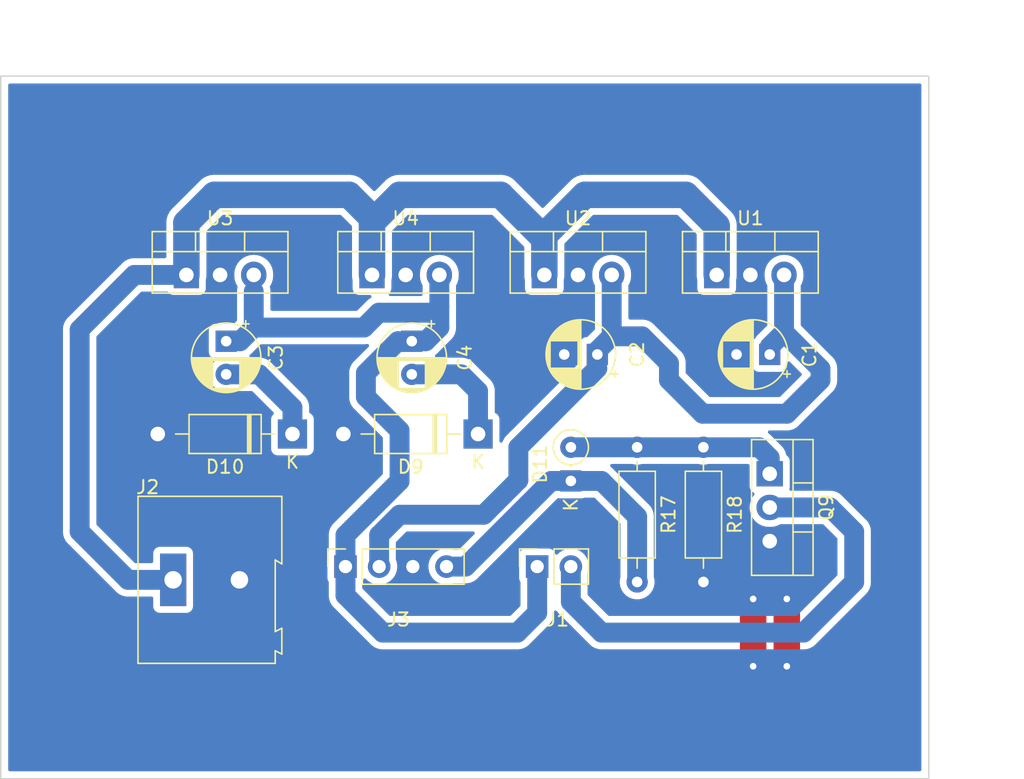
<source format=kicad_pcb>
(kicad_pcb (version 20171130) (host pcbnew "(5.1.5)-3")

  (general
    (thickness 1.6)
    (drawings 6)
    (tracks 96)
    (zones 0)
    (modules 17)
    (nets 10)
  )

  (page A4)
  (layers
    (0 F.Cu signal)
    (31 B.Cu signal)
    (32 B.Adhes user)
    (33 F.Adhes user)
    (34 B.Paste user)
    (35 F.Paste user)
    (36 B.SilkS user)
    (37 F.SilkS user)
    (38 B.Mask user)
    (39 F.Mask user)
    (40 Dwgs.User user)
    (41 Cmts.User user)
    (42 Eco1.User user)
    (43 Eco2.User user)
    (44 Edge.Cuts user)
    (45 Margin user)
    (46 B.CrtYd user)
    (47 F.CrtYd user)
    (48 B.Fab user)
    (49 F.Fab user)
  )

  (setup
    (last_trace_width 0.25)
    (trace_clearance 0.2)
    (zone_clearance 0.508)
    (zone_45_only no)
    (trace_min 0.2)
    (via_size 0.8)
    (via_drill 0.4)
    (via_min_size 0.4)
    (via_min_drill 0.3)
    (uvia_size 0.3)
    (uvia_drill 0.1)
    (uvias_allowed no)
    (uvia_min_size 0.2)
    (uvia_min_drill 0.1)
    (edge_width 0.05)
    (segment_width 0.2)
    (pcb_text_width 0.3)
    (pcb_text_size 1.5 1.5)
    (mod_edge_width 0.12)
    (mod_text_size 1 1)
    (mod_text_width 0.15)
    (pad_size 1.524 1.524)
    (pad_drill 0.762)
    (pad_to_mask_clearance 0.051)
    (solder_mask_min_width 0.25)
    (aux_axis_origin 0 0)
    (visible_elements 7FFFFFFF)
    (pcbplotparams
      (layerselection 0x010fc_ffffffff)
      (usegerberextensions false)
      (usegerberattributes false)
      (usegerberadvancedattributes false)
      (creategerberjobfile false)
      (excludeedgelayer true)
      (linewidth 0.100000)
      (plotframeref false)
      (viasonmask false)
      (mode 1)
      (useauxorigin false)
      (hpglpennumber 1)
      (hpglpenspeed 20)
      (hpglpendiameter 15.000000)
      (psnegative false)
      (psa4output false)
      (plotreference true)
      (plotvalue true)
      (plotinvisibletext false)
      (padsonsilk false)
      (subtractmaskfromsilk false)
      (outputformat 1)
      (mirror false)
      (drillshape 1)
      (scaleselection 1)
      (outputdirectory ""))
  )

  (net 0 "")
  (net 1 +5V)
  (net 2 GND)
  (net 3 "Net-(C3-Pad2)")
  (net 4 +12V)
  (net 5 FANCTR)
  (net 6 "Net-(D11-Pad2)")
  (net 7 F-)
  (net 8 +BATT)
  (net 9 "Net-(C4-Pad2)")

  (net_class Default "This is the default net class."
    (clearance 0.2)
    (trace_width 0.25)
    (via_dia 0.8)
    (via_drill 0.4)
    (uvia_dia 0.3)
    (uvia_drill 0.1)
    (add_net +12V)
    (add_net +5V)
    (add_net +BATT)
    (add_net F-)
    (add_net FANCTR)
    (add_net GND)
    (add_net "Net-(C3-Pad2)")
    (add_net "Net-(C4-Pad2)")
    (add_net "Net-(D11-Pad2)")
  )

  (module Capacitor_THT:CP_Radial_D5.0mm_P2.50mm (layer F.Cu) (tedit 5AE50EF0) (tstamp 5E7F2D70)
    (at 160 73 180)
    (descr "CP, Radial series, Radial, pin pitch=2.50mm, , diameter=5mm, Electrolytic Capacitor")
    (tags "CP Radial series Radial pin pitch 2.50mm  diameter 5mm Electrolytic Capacitor")
    (path /5E951856)
    (fp_text reference C1 (at -3 0 90) (layer F.SilkS)
      (effects (font (size 1 1) (thickness 0.15)))
    )
    (fp_text value CP (at 1.25 3.75) (layer F.Fab)
      (effects (font (size 1 1) (thickness 0.15)))
    )
    (fp_text user %R (at 1.25 0) (layer F.Fab)
      (effects (font (size 1 1) (thickness 0.15)))
    )
    (fp_line (start -1.304775 -1.725) (end -1.304775 -1.225) (layer F.SilkS) (width 0.12))
    (fp_line (start -1.554775 -1.475) (end -1.054775 -1.475) (layer F.SilkS) (width 0.12))
    (fp_line (start 3.851 -0.284) (end 3.851 0.284) (layer F.SilkS) (width 0.12))
    (fp_line (start 3.811 -0.518) (end 3.811 0.518) (layer F.SilkS) (width 0.12))
    (fp_line (start 3.771 -0.677) (end 3.771 0.677) (layer F.SilkS) (width 0.12))
    (fp_line (start 3.731 -0.805) (end 3.731 0.805) (layer F.SilkS) (width 0.12))
    (fp_line (start 3.691 -0.915) (end 3.691 0.915) (layer F.SilkS) (width 0.12))
    (fp_line (start 3.651 -1.011) (end 3.651 1.011) (layer F.SilkS) (width 0.12))
    (fp_line (start 3.611 -1.098) (end 3.611 1.098) (layer F.SilkS) (width 0.12))
    (fp_line (start 3.571 -1.178) (end 3.571 1.178) (layer F.SilkS) (width 0.12))
    (fp_line (start 3.531 1.04) (end 3.531 1.251) (layer F.SilkS) (width 0.12))
    (fp_line (start 3.531 -1.251) (end 3.531 -1.04) (layer F.SilkS) (width 0.12))
    (fp_line (start 3.491 1.04) (end 3.491 1.319) (layer F.SilkS) (width 0.12))
    (fp_line (start 3.491 -1.319) (end 3.491 -1.04) (layer F.SilkS) (width 0.12))
    (fp_line (start 3.451 1.04) (end 3.451 1.383) (layer F.SilkS) (width 0.12))
    (fp_line (start 3.451 -1.383) (end 3.451 -1.04) (layer F.SilkS) (width 0.12))
    (fp_line (start 3.411 1.04) (end 3.411 1.443) (layer F.SilkS) (width 0.12))
    (fp_line (start 3.411 -1.443) (end 3.411 -1.04) (layer F.SilkS) (width 0.12))
    (fp_line (start 3.371 1.04) (end 3.371 1.5) (layer F.SilkS) (width 0.12))
    (fp_line (start 3.371 -1.5) (end 3.371 -1.04) (layer F.SilkS) (width 0.12))
    (fp_line (start 3.331 1.04) (end 3.331 1.554) (layer F.SilkS) (width 0.12))
    (fp_line (start 3.331 -1.554) (end 3.331 -1.04) (layer F.SilkS) (width 0.12))
    (fp_line (start 3.291 1.04) (end 3.291 1.605) (layer F.SilkS) (width 0.12))
    (fp_line (start 3.291 -1.605) (end 3.291 -1.04) (layer F.SilkS) (width 0.12))
    (fp_line (start 3.251 1.04) (end 3.251 1.653) (layer F.SilkS) (width 0.12))
    (fp_line (start 3.251 -1.653) (end 3.251 -1.04) (layer F.SilkS) (width 0.12))
    (fp_line (start 3.211 1.04) (end 3.211 1.699) (layer F.SilkS) (width 0.12))
    (fp_line (start 3.211 -1.699) (end 3.211 -1.04) (layer F.SilkS) (width 0.12))
    (fp_line (start 3.171 1.04) (end 3.171 1.743) (layer F.SilkS) (width 0.12))
    (fp_line (start 3.171 -1.743) (end 3.171 -1.04) (layer F.SilkS) (width 0.12))
    (fp_line (start 3.131 1.04) (end 3.131 1.785) (layer F.SilkS) (width 0.12))
    (fp_line (start 3.131 -1.785) (end 3.131 -1.04) (layer F.SilkS) (width 0.12))
    (fp_line (start 3.091 1.04) (end 3.091 1.826) (layer F.SilkS) (width 0.12))
    (fp_line (start 3.091 -1.826) (end 3.091 -1.04) (layer F.SilkS) (width 0.12))
    (fp_line (start 3.051 1.04) (end 3.051 1.864) (layer F.SilkS) (width 0.12))
    (fp_line (start 3.051 -1.864) (end 3.051 -1.04) (layer F.SilkS) (width 0.12))
    (fp_line (start 3.011 1.04) (end 3.011 1.901) (layer F.SilkS) (width 0.12))
    (fp_line (start 3.011 -1.901) (end 3.011 -1.04) (layer F.SilkS) (width 0.12))
    (fp_line (start 2.971 1.04) (end 2.971 1.937) (layer F.SilkS) (width 0.12))
    (fp_line (start 2.971 -1.937) (end 2.971 -1.04) (layer F.SilkS) (width 0.12))
    (fp_line (start 2.931 1.04) (end 2.931 1.971) (layer F.SilkS) (width 0.12))
    (fp_line (start 2.931 -1.971) (end 2.931 -1.04) (layer F.SilkS) (width 0.12))
    (fp_line (start 2.891 1.04) (end 2.891 2.004) (layer F.SilkS) (width 0.12))
    (fp_line (start 2.891 -2.004) (end 2.891 -1.04) (layer F.SilkS) (width 0.12))
    (fp_line (start 2.851 1.04) (end 2.851 2.035) (layer F.SilkS) (width 0.12))
    (fp_line (start 2.851 -2.035) (end 2.851 -1.04) (layer F.SilkS) (width 0.12))
    (fp_line (start 2.811 1.04) (end 2.811 2.065) (layer F.SilkS) (width 0.12))
    (fp_line (start 2.811 -2.065) (end 2.811 -1.04) (layer F.SilkS) (width 0.12))
    (fp_line (start 2.771 1.04) (end 2.771 2.095) (layer F.SilkS) (width 0.12))
    (fp_line (start 2.771 -2.095) (end 2.771 -1.04) (layer F.SilkS) (width 0.12))
    (fp_line (start 2.731 1.04) (end 2.731 2.122) (layer F.SilkS) (width 0.12))
    (fp_line (start 2.731 -2.122) (end 2.731 -1.04) (layer F.SilkS) (width 0.12))
    (fp_line (start 2.691 1.04) (end 2.691 2.149) (layer F.SilkS) (width 0.12))
    (fp_line (start 2.691 -2.149) (end 2.691 -1.04) (layer F.SilkS) (width 0.12))
    (fp_line (start 2.651 1.04) (end 2.651 2.175) (layer F.SilkS) (width 0.12))
    (fp_line (start 2.651 -2.175) (end 2.651 -1.04) (layer F.SilkS) (width 0.12))
    (fp_line (start 2.611 1.04) (end 2.611 2.2) (layer F.SilkS) (width 0.12))
    (fp_line (start 2.611 -2.2) (end 2.611 -1.04) (layer F.SilkS) (width 0.12))
    (fp_line (start 2.571 1.04) (end 2.571 2.224) (layer F.SilkS) (width 0.12))
    (fp_line (start 2.571 -2.224) (end 2.571 -1.04) (layer F.SilkS) (width 0.12))
    (fp_line (start 2.531 1.04) (end 2.531 2.247) (layer F.SilkS) (width 0.12))
    (fp_line (start 2.531 -2.247) (end 2.531 -1.04) (layer F.SilkS) (width 0.12))
    (fp_line (start 2.491 1.04) (end 2.491 2.268) (layer F.SilkS) (width 0.12))
    (fp_line (start 2.491 -2.268) (end 2.491 -1.04) (layer F.SilkS) (width 0.12))
    (fp_line (start 2.451 1.04) (end 2.451 2.29) (layer F.SilkS) (width 0.12))
    (fp_line (start 2.451 -2.29) (end 2.451 -1.04) (layer F.SilkS) (width 0.12))
    (fp_line (start 2.411 1.04) (end 2.411 2.31) (layer F.SilkS) (width 0.12))
    (fp_line (start 2.411 -2.31) (end 2.411 -1.04) (layer F.SilkS) (width 0.12))
    (fp_line (start 2.371 1.04) (end 2.371 2.329) (layer F.SilkS) (width 0.12))
    (fp_line (start 2.371 -2.329) (end 2.371 -1.04) (layer F.SilkS) (width 0.12))
    (fp_line (start 2.331 1.04) (end 2.331 2.348) (layer F.SilkS) (width 0.12))
    (fp_line (start 2.331 -2.348) (end 2.331 -1.04) (layer F.SilkS) (width 0.12))
    (fp_line (start 2.291 1.04) (end 2.291 2.365) (layer F.SilkS) (width 0.12))
    (fp_line (start 2.291 -2.365) (end 2.291 -1.04) (layer F.SilkS) (width 0.12))
    (fp_line (start 2.251 1.04) (end 2.251 2.382) (layer F.SilkS) (width 0.12))
    (fp_line (start 2.251 -2.382) (end 2.251 -1.04) (layer F.SilkS) (width 0.12))
    (fp_line (start 2.211 1.04) (end 2.211 2.398) (layer F.SilkS) (width 0.12))
    (fp_line (start 2.211 -2.398) (end 2.211 -1.04) (layer F.SilkS) (width 0.12))
    (fp_line (start 2.171 1.04) (end 2.171 2.414) (layer F.SilkS) (width 0.12))
    (fp_line (start 2.171 -2.414) (end 2.171 -1.04) (layer F.SilkS) (width 0.12))
    (fp_line (start 2.131 1.04) (end 2.131 2.428) (layer F.SilkS) (width 0.12))
    (fp_line (start 2.131 -2.428) (end 2.131 -1.04) (layer F.SilkS) (width 0.12))
    (fp_line (start 2.091 1.04) (end 2.091 2.442) (layer F.SilkS) (width 0.12))
    (fp_line (start 2.091 -2.442) (end 2.091 -1.04) (layer F.SilkS) (width 0.12))
    (fp_line (start 2.051 1.04) (end 2.051 2.455) (layer F.SilkS) (width 0.12))
    (fp_line (start 2.051 -2.455) (end 2.051 -1.04) (layer F.SilkS) (width 0.12))
    (fp_line (start 2.011 1.04) (end 2.011 2.468) (layer F.SilkS) (width 0.12))
    (fp_line (start 2.011 -2.468) (end 2.011 -1.04) (layer F.SilkS) (width 0.12))
    (fp_line (start 1.971 1.04) (end 1.971 2.48) (layer F.SilkS) (width 0.12))
    (fp_line (start 1.971 -2.48) (end 1.971 -1.04) (layer F.SilkS) (width 0.12))
    (fp_line (start 1.93 1.04) (end 1.93 2.491) (layer F.SilkS) (width 0.12))
    (fp_line (start 1.93 -2.491) (end 1.93 -1.04) (layer F.SilkS) (width 0.12))
    (fp_line (start 1.89 1.04) (end 1.89 2.501) (layer F.SilkS) (width 0.12))
    (fp_line (start 1.89 -2.501) (end 1.89 -1.04) (layer F.SilkS) (width 0.12))
    (fp_line (start 1.85 1.04) (end 1.85 2.511) (layer F.SilkS) (width 0.12))
    (fp_line (start 1.85 -2.511) (end 1.85 -1.04) (layer F.SilkS) (width 0.12))
    (fp_line (start 1.81 1.04) (end 1.81 2.52) (layer F.SilkS) (width 0.12))
    (fp_line (start 1.81 -2.52) (end 1.81 -1.04) (layer F.SilkS) (width 0.12))
    (fp_line (start 1.77 1.04) (end 1.77 2.528) (layer F.SilkS) (width 0.12))
    (fp_line (start 1.77 -2.528) (end 1.77 -1.04) (layer F.SilkS) (width 0.12))
    (fp_line (start 1.73 1.04) (end 1.73 2.536) (layer F.SilkS) (width 0.12))
    (fp_line (start 1.73 -2.536) (end 1.73 -1.04) (layer F.SilkS) (width 0.12))
    (fp_line (start 1.69 1.04) (end 1.69 2.543) (layer F.SilkS) (width 0.12))
    (fp_line (start 1.69 -2.543) (end 1.69 -1.04) (layer F.SilkS) (width 0.12))
    (fp_line (start 1.65 1.04) (end 1.65 2.55) (layer F.SilkS) (width 0.12))
    (fp_line (start 1.65 -2.55) (end 1.65 -1.04) (layer F.SilkS) (width 0.12))
    (fp_line (start 1.61 1.04) (end 1.61 2.556) (layer F.SilkS) (width 0.12))
    (fp_line (start 1.61 -2.556) (end 1.61 -1.04) (layer F.SilkS) (width 0.12))
    (fp_line (start 1.57 1.04) (end 1.57 2.561) (layer F.SilkS) (width 0.12))
    (fp_line (start 1.57 -2.561) (end 1.57 -1.04) (layer F.SilkS) (width 0.12))
    (fp_line (start 1.53 1.04) (end 1.53 2.565) (layer F.SilkS) (width 0.12))
    (fp_line (start 1.53 -2.565) (end 1.53 -1.04) (layer F.SilkS) (width 0.12))
    (fp_line (start 1.49 1.04) (end 1.49 2.569) (layer F.SilkS) (width 0.12))
    (fp_line (start 1.49 -2.569) (end 1.49 -1.04) (layer F.SilkS) (width 0.12))
    (fp_line (start 1.45 -2.573) (end 1.45 2.573) (layer F.SilkS) (width 0.12))
    (fp_line (start 1.41 -2.576) (end 1.41 2.576) (layer F.SilkS) (width 0.12))
    (fp_line (start 1.37 -2.578) (end 1.37 2.578) (layer F.SilkS) (width 0.12))
    (fp_line (start 1.33 -2.579) (end 1.33 2.579) (layer F.SilkS) (width 0.12))
    (fp_line (start 1.29 -2.58) (end 1.29 2.58) (layer F.SilkS) (width 0.12))
    (fp_line (start 1.25 -2.58) (end 1.25 2.58) (layer F.SilkS) (width 0.12))
    (fp_line (start -0.633605 -1.3375) (end -0.633605 -0.8375) (layer F.Fab) (width 0.1))
    (fp_line (start -0.883605 -1.0875) (end -0.383605 -1.0875) (layer F.Fab) (width 0.1))
    (fp_circle (center 1.25 0) (end 4 0) (layer F.CrtYd) (width 0.05))
    (fp_circle (center 1.25 0) (end 3.87 0) (layer F.SilkS) (width 0.12))
    (fp_circle (center 1.25 0) (end 3.75 0) (layer F.Fab) (width 0.1))
    (pad 2 thru_hole circle (at 2.5 0 180) (size 1.6 1.6) (drill 0.8) (layers *.Cu *.Mask)
      (net 2 GND))
    (pad 1 thru_hole rect (at 0 0 180) (size 1.6 1.6) (drill 0.8) (layers *.Cu *.Mask)
      (net 1 +5V))
    (model ${KISYS3DMOD}/Capacitor_THT.3dshapes/CP_Radial_D5.0mm_P2.50mm.wrl
      (at (xyz 0 0 0))
      (scale (xyz 1 1 1))
      (rotate (xyz 0 0 0))
    )
  )

  (module Capacitor_THT:CP_Radial_D5.0mm_P2.50mm (layer F.Cu) (tedit 5AE50EF0) (tstamp 5E7F2DF4)
    (at 147 73 180)
    (descr "CP, Radial series, Radial, pin pitch=2.50mm, , diameter=5mm, Electrolytic Capacitor")
    (tags "CP Radial series Radial pin pitch 2.50mm  diameter 5mm Electrolytic Capacitor")
    (path /5E9C4AA7)
    (fp_text reference C2 (at -3 0 90) (layer F.SilkS)
      (effects (font (size 1 1) (thickness 0.15)))
    )
    (fp_text value CP (at 1.25 3.75) (layer F.Fab)
      (effects (font (size 1 1) (thickness 0.15)))
    )
    (fp_circle (center 1.25 0) (end 3.75 0) (layer F.Fab) (width 0.1))
    (fp_circle (center 1.25 0) (end 3.87 0) (layer F.SilkS) (width 0.12))
    (fp_circle (center 1.25 0) (end 4 0) (layer F.CrtYd) (width 0.05))
    (fp_line (start -0.883605 -1.0875) (end -0.383605 -1.0875) (layer F.Fab) (width 0.1))
    (fp_line (start -0.633605 -1.3375) (end -0.633605 -0.8375) (layer F.Fab) (width 0.1))
    (fp_line (start 1.25 -2.58) (end 1.25 2.58) (layer F.SilkS) (width 0.12))
    (fp_line (start 1.29 -2.58) (end 1.29 2.58) (layer F.SilkS) (width 0.12))
    (fp_line (start 1.33 -2.579) (end 1.33 2.579) (layer F.SilkS) (width 0.12))
    (fp_line (start 1.37 -2.578) (end 1.37 2.578) (layer F.SilkS) (width 0.12))
    (fp_line (start 1.41 -2.576) (end 1.41 2.576) (layer F.SilkS) (width 0.12))
    (fp_line (start 1.45 -2.573) (end 1.45 2.573) (layer F.SilkS) (width 0.12))
    (fp_line (start 1.49 -2.569) (end 1.49 -1.04) (layer F.SilkS) (width 0.12))
    (fp_line (start 1.49 1.04) (end 1.49 2.569) (layer F.SilkS) (width 0.12))
    (fp_line (start 1.53 -2.565) (end 1.53 -1.04) (layer F.SilkS) (width 0.12))
    (fp_line (start 1.53 1.04) (end 1.53 2.565) (layer F.SilkS) (width 0.12))
    (fp_line (start 1.57 -2.561) (end 1.57 -1.04) (layer F.SilkS) (width 0.12))
    (fp_line (start 1.57 1.04) (end 1.57 2.561) (layer F.SilkS) (width 0.12))
    (fp_line (start 1.61 -2.556) (end 1.61 -1.04) (layer F.SilkS) (width 0.12))
    (fp_line (start 1.61 1.04) (end 1.61 2.556) (layer F.SilkS) (width 0.12))
    (fp_line (start 1.65 -2.55) (end 1.65 -1.04) (layer F.SilkS) (width 0.12))
    (fp_line (start 1.65 1.04) (end 1.65 2.55) (layer F.SilkS) (width 0.12))
    (fp_line (start 1.69 -2.543) (end 1.69 -1.04) (layer F.SilkS) (width 0.12))
    (fp_line (start 1.69 1.04) (end 1.69 2.543) (layer F.SilkS) (width 0.12))
    (fp_line (start 1.73 -2.536) (end 1.73 -1.04) (layer F.SilkS) (width 0.12))
    (fp_line (start 1.73 1.04) (end 1.73 2.536) (layer F.SilkS) (width 0.12))
    (fp_line (start 1.77 -2.528) (end 1.77 -1.04) (layer F.SilkS) (width 0.12))
    (fp_line (start 1.77 1.04) (end 1.77 2.528) (layer F.SilkS) (width 0.12))
    (fp_line (start 1.81 -2.52) (end 1.81 -1.04) (layer F.SilkS) (width 0.12))
    (fp_line (start 1.81 1.04) (end 1.81 2.52) (layer F.SilkS) (width 0.12))
    (fp_line (start 1.85 -2.511) (end 1.85 -1.04) (layer F.SilkS) (width 0.12))
    (fp_line (start 1.85 1.04) (end 1.85 2.511) (layer F.SilkS) (width 0.12))
    (fp_line (start 1.89 -2.501) (end 1.89 -1.04) (layer F.SilkS) (width 0.12))
    (fp_line (start 1.89 1.04) (end 1.89 2.501) (layer F.SilkS) (width 0.12))
    (fp_line (start 1.93 -2.491) (end 1.93 -1.04) (layer F.SilkS) (width 0.12))
    (fp_line (start 1.93 1.04) (end 1.93 2.491) (layer F.SilkS) (width 0.12))
    (fp_line (start 1.971 -2.48) (end 1.971 -1.04) (layer F.SilkS) (width 0.12))
    (fp_line (start 1.971 1.04) (end 1.971 2.48) (layer F.SilkS) (width 0.12))
    (fp_line (start 2.011 -2.468) (end 2.011 -1.04) (layer F.SilkS) (width 0.12))
    (fp_line (start 2.011 1.04) (end 2.011 2.468) (layer F.SilkS) (width 0.12))
    (fp_line (start 2.051 -2.455) (end 2.051 -1.04) (layer F.SilkS) (width 0.12))
    (fp_line (start 2.051 1.04) (end 2.051 2.455) (layer F.SilkS) (width 0.12))
    (fp_line (start 2.091 -2.442) (end 2.091 -1.04) (layer F.SilkS) (width 0.12))
    (fp_line (start 2.091 1.04) (end 2.091 2.442) (layer F.SilkS) (width 0.12))
    (fp_line (start 2.131 -2.428) (end 2.131 -1.04) (layer F.SilkS) (width 0.12))
    (fp_line (start 2.131 1.04) (end 2.131 2.428) (layer F.SilkS) (width 0.12))
    (fp_line (start 2.171 -2.414) (end 2.171 -1.04) (layer F.SilkS) (width 0.12))
    (fp_line (start 2.171 1.04) (end 2.171 2.414) (layer F.SilkS) (width 0.12))
    (fp_line (start 2.211 -2.398) (end 2.211 -1.04) (layer F.SilkS) (width 0.12))
    (fp_line (start 2.211 1.04) (end 2.211 2.398) (layer F.SilkS) (width 0.12))
    (fp_line (start 2.251 -2.382) (end 2.251 -1.04) (layer F.SilkS) (width 0.12))
    (fp_line (start 2.251 1.04) (end 2.251 2.382) (layer F.SilkS) (width 0.12))
    (fp_line (start 2.291 -2.365) (end 2.291 -1.04) (layer F.SilkS) (width 0.12))
    (fp_line (start 2.291 1.04) (end 2.291 2.365) (layer F.SilkS) (width 0.12))
    (fp_line (start 2.331 -2.348) (end 2.331 -1.04) (layer F.SilkS) (width 0.12))
    (fp_line (start 2.331 1.04) (end 2.331 2.348) (layer F.SilkS) (width 0.12))
    (fp_line (start 2.371 -2.329) (end 2.371 -1.04) (layer F.SilkS) (width 0.12))
    (fp_line (start 2.371 1.04) (end 2.371 2.329) (layer F.SilkS) (width 0.12))
    (fp_line (start 2.411 -2.31) (end 2.411 -1.04) (layer F.SilkS) (width 0.12))
    (fp_line (start 2.411 1.04) (end 2.411 2.31) (layer F.SilkS) (width 0.12))
    (fp_line (start 2.451 -2.29) (end 2.451 -1.04) (layer F.SilkS) (width 0.12))
    (fp_line (start 2.451 1.04) (end 2.451 2.29) (layer F.SilkS) (width 0.12))
    (fp_line (start 2.491 -2.268) (end 2.491 -1.04) (layer F.SilkS) (width 0.12))
    (fp_line (start 2.491 1.04) (end 2.491 2.268) (layer F.SilkS) (width 0.12))
    (fp_line (start 2.531 -2.247) (end 2.531 -1.04) (layer F.SilkS) (width 0.12))
    (fp_line (start 2.531 1.04) (end 2.531 2.247) (layer F.SilkS) (width 0.12))
    (fp_line (start 2.571 -2.224) (end 2.571 -1.04) (layer F.SilkS) (width 0.12))
    (fp_line (start 2.571 1.04) (end 2.571 2.224) (layer F.SilkS) (width 0.12))
    (fp_line (start 2.611 -2.2) (end 2.611 -1.04) (layer F.SilkS) (width 0.12))
    (fp_line (start 2.611 1.04) (end 2.611 2.2) (layer F.SilkS) (width 0.12))
    (fp_line (start 2.651 -2.175) (end 2.651 -1.04) (layer F.SilkS) (width 0.12))
    (fp_line (start 2.651 1.04) (end 2.651 2.175) (layer F.SilkS) (width 0.12))
    (fp_line (start 2.691 -2.149) (end 2.691 -1.04) (layer F.SilkS) (width 0.12))
    (fp_line (start 2.691 1.04) (end 2.691 2.149) (layer F.SilkS) (width 0.12))
    (fp_line (start 2.731 -2.122) (end 2.731 -1.04) (layer F.SilkS) (width 0.12))
    (fp_line (start 2.731 1.04) (end 2.731 2.122) (layer F.SilkS) (width 0.12))
    (fp_line (start 2.771 -2.095) (end 2.771 -1.04) (layer F.SilkS) (width 0.12))
    (fp_line (start 2.771 1.04) (end 2.771 2.095) (layer F.SilkS) (width 0.12))
    (fp_line (start 2.811 -2.065) (end 2.811 -1.04) (layer F.SilkS) (width 0.12))
    (fp_line (start 2.811 1.04) (end 2.811 2.065) (layer F.SilkS) (width 0.12))
    (fp_line (start 2.851 -2.035) (end 2.851 -1.04) (layer F.SilkS) (width 0.12))
    (fp_line (start 2.851 1.04) (end 2.851 2.035) (layer F.SilkS) (width 0.12))
    (fp_line (start 2.891 -2.004) (end 2.891 -1.04) (layer F.SilkS) (width 0.12))
    (fp_line (start 2.891 1.04) (end 2.891 2.004) (layer F.SilkS) (width 0.12))
    (fp_line (start 2.931 -1.971) (end 2.931 -1.04) (layer F.SilkS) (width 0.12))
    (fp_line (start 2.931 1.04) (end 2.931 1.971) (layer F.SilkS) (width 0.12))
    (fp_line (start 2.971 -1.937) (end 2.971 -1.04) (layer F.SilkS) (width 0.12))
    (fp_line (start 2.971 1.04) (end 2.971 1.937) (layer F.SilkS) (width 0.12))
    (fp_line (start 3.011 -1.901) (end 3.011 -1.04) (layer F.SilkS) (width 0.12))
    (fp_line (start 3.011 1.04) (end 3.011 1.901) (layer F.SilkS) (width 0.12))
    (fp_line (start 3.051 -1.864) (end 3.051 -1.04) (layer F.SilkS) (width 0.12))
    (fp_line (start 3.051 1.04) (end 3.051 1.864) (layer F.SilkS) (width 0.12))
    (fp_line (start 3.091 -1.826) (end 3.091 -1.04) (layer F.SilkS) (width 0.12))
    (fp_line (start 3.091 1.04) (end 3.091 1.826) (layer F.SilkS) (width 0.12))
    (fp_line (start 3.131 -1.785) (end 3.131 -1.04) (layer F.SilkS) (width 0.12))
    (fp_line (start 3.131 1.04) (end 3.131 1.785) (layer F.SilkS) (width 0.12))
    (fp_line (start 3.171 -1.743) (end 3.171 -1.04) (layer F.SilkS) (width 0.12))
    (fp_line (start 3.171 1.04) (end 3.171 1.743) (layer F.SilkS) (width 0.12))
    (fp_line (start 3.211 -1.699) (end 3.211 -1.04) (layer F.SilkS) (width 0.12))
    (fp_line (start 3.211 1.04) (end 3.211 1.699) (layer F.SilkS) (width 0.12))
    (fp_line (start 3.251 -1.653) (end 3.251 -1.04) (layer F.SilkS) (width 0.12))
    (fp_line (start 3.251 1.04) (end 3.251 1.653) (layer F.SilkS) (width 0.12))
    (fp_line (start 3.291 -1.605) (end 3.291 -1.04) (layer F.SilkS) (width 0.12))
    (fp_line (start 3.291 1.04) (end 3.291 1.605) (layer F.SilkS) (width 0.12))
    (fp_line (start 3.331 -1.554) (end 3.331 -1.04) (layer F.SilkS) (width 0.12))
    (fp_line (start 3.331 1.04) (end 3.331 1.554) (layer F.SilkS) (width 0.12))
    (fp_line (start 3.371 -1.5) (end 3.371 -1.04) (layer F.SilkS) (width 0.12))
    (fp_line (start 3.371 1.04) (end 3.371 1.5) (layer F.SilkS) (width 0.12))
    (fp_line (start 3.411 -1.443) (end 3.411 -1.04) (layer F.SilkS) (width 0.12))
    (fp_line (start 3.411 1.04) (end 3.411 1.443) (layer F.SilkS) (width 0.12))
    (fp_line (start 3.451 -1.383) (end 3.451 -1.04) (layer F.SilkS) (width 0.12))
    (fp_line (start 3.451 1.04) (end 3.451 1.383) (layer F.SilkS) (width 0.12))
    (fp_line (start 3.491 -1.319) (end 3.491 -1.04) (layer F.SilkS) (width 0.12))
    (fp_line (start 3.491 1.04) (end 3.491 1.319) (layer F.SilkS) (width 0.12))
    (fp_line (start 3.531 -1.251) (end 3.531 -1.04) (layer F.SilkS) (width 0.12))
    (fp_line (start 3.531 1.04) (end 3.531 1.251) (layer F.SilkS) (width 0.12))
    (fp_line (start 3.571 -1.178) (end 3.571 1.178) (layer F.SilkS) (width 0.12))
    (fp_line (start 3.611 -1.098) (end 3.611 1.098) (layer F.SilkS) (width 0.12))
    (fp_line (start 3.651 -1.011) (end 3.651 1.011) (layer F.SilkS) (width 0.12))
    (fp_line (start 3.691 -0.915) (end 3.691 0.915) (layer F.SilkS) (width 0.12))
    (fp_line (start 3.731 -0.805) (end 3.731 0.805) (layer F.SilkS) (width 0.12))
    (fp_line (start 3.771 -0.677) (end 3.771 0.677) (layer F.SilkS) (width 0.12))
    (fp_line (start 3.811 -0.518) (end 3.811 0.518) (layer F.SilkS) (width 0.12))
    (fp_line (start 3.851 -0.284) (end 3.851 0.284) (layer F.SilkS) (width 0.12))
    (fp_line (start -1.554775 -1.475) (end -1.054775 -1.475) (layer F.SilkS) (width 0.12))
    (fp_line (start -1.304775 -1.725) (end -1.304775 -1.225) (layer F.SilkS) (width 0.12))
    (fp_text user %R (at 1.25 0) (layer F.Fab)
      (effects (font (size 1 1) (thickness 0.15)))
    )
    (pad 1 thru_hole rect (at 0 0 180) (size 1.6 1.6) (drill 0.8) (layers *.Cu *.Mask)
      (net 1 +5V))
    (pad 2 thru_hole circle (at 2.5 0 180) (size 1.6 1.6) (drill 0.8) (layers *.Cu *.Mask)
      (net 2 GND))
    (model ${KISYS3DMOD}/Capacitor_THT.3dshapes/CP_Radial_D5.0mm_P2.50mm.wrl
      (at (xyz 0 0 0))
      (scale (xyz 1 1 1))
      (rotate (xyz 0 0 0))
    )
  )

  (module Capacitor_THT:CP_Radial_D5.0mm_P2.50mm (layer F.Cu) (tedit 5AE50EF0) (tstamp 5E7F2E78)
    (at 119 72 270)
    (descr "CP, Radial series, Radial, pin pitch=2.50mm, , diameter=5mm, Electrolytic Capacitor")
    (tags "CP Radial series Radial pin pitch 2.50mm  diameter 5mm Electrolytic Capacitor")
    (path /5E9572BA)
    (fp_text reference C3 (at 1.25 -3.75 90) (layer F.SilkS)
      (effects (font (size 1 1) (thickness 0.15)))
    )
    (fp_text value CP (at 1.25 3.75 90) (layer F.Fab)
      (effects (font (size 1 1) (thickness 0.15)))
    )
    (fp_text user %R (at 1.25 0 90) (layer F.Fab)
      (effects (font (size 1 1) (thickness 0.15)))
    )
    (fp_line (start -1.304775 -1.725) (end -1.304775 -1.225) (layer F.SilkS) (width 0.12))
    (fp_line (start -1.554775 -1.475) (end -1.054775 -1.475) (layer F.SilkS) (width 0.12))
    (fp_line (start 3.851 -0.284) (end 3.851 0.284) (layer F.SilkS) (width 0.12))
    (fp_line (start 3.811 -0.518) (end 3.811 0.518) (layer F.SilkS) (width 0.12))
    (fp_line (start 3.771 -0.677) (end 3.771 0.677) (layer F.SilkS) (width 0.12))
    (fp_line (start 3.731 -0.805) (end 3.731 0.805) (layer F.SilkS) (width 0.12))
    (fp_line (start 3.691 -0.915) (end 3.691 0.915) (layer F.SilkS) (width 0.12))
    (fp_line (start 3.651 -1.011) (end 3.651 1.011) (layer F.SilkS) (width 0.12))
    (fp_line (start 3.611 -1.098) (end 3.611 1.098) (layer F.SilkS) (width 0.12))
    (fp_line (start 3.571 -1.178) (end 3.571 1.178) (layer F.SilkS) (width 0.12))
    (fp_line (start 3.531 1.04) (end 3.531 1.251) (layer F.SilkS) (width 0.12))
    (fp_line (start 3.531 -1.251) (end 3.531 -1.04) (layer F.SilkS) (width 0.12))
    (fp_line (start 3.491 1.04) (end 3.491 1.319) (layer F.SilkS) (width 0.12))
    (fp_line (start 3.491 -1.319) (end 3.491 -1.04) (layer F.SilkS) (width 0.12))
    (fp_line (start 3.451 1.04) (end 3.451 1.383) (layer F.SilkS) (width 0.12))
    (fp_line (start 3.451 -1.383) (end 3.451 -1.04) (layer F.SilkS) (width 0.12))
    (fp_line (start 3.411 1.04) (end 3.411 1.443) (layer F.SilkS) (width 0.12))
    (fp_line (start 3.411 -1.443) (end 3.411 -1.04) (layer F.SilkS) (width 0.12))
    (fp_line (start 3.371 1.04) (end 3.371 1.5) (layer F.SilkS) (width 0.12))
    (fp_line (start 3.371 -1.5) (end 3.371 -1.04) (layer F.SilkS) (width 0.12))
    (fp_line (start 3.331 1.04) (end 3.331 1.554) (layer F.SilkS) (width 0.12))
    (fp_line (start 3.331 -1.554) (end 3.331 -1.04) (layer F.SilkS) (width 0.12))
    (fp_line (start 3.291 1.04) (end 3.291 1.605) (layer F.SilkS) (width 0.12))
    (fp_line (start 3.291 -1.605) (end 3.291 -1.04) (layer F.SilkS) (width 0.12))
    (fp_line (start 3.251 1.04) (end 3.251 1.653) (layer F.SilkS) (width 0.12))
    (fp_line (start 3.251 -1.653) (end 3.251 -1.04) (layer F.SilkS) (width 0.12))
    (fp_line (start 3.211 1.04) (end 3.211 1.699) (layer F.SilkS) (width 0.12))
    (fp_line (start 3.211 -1.699) (end 3.211 -1.04) (layer F.SilkS) (width 0.12))
    (fp_line (start 3.171 1.04) (end 3.171 1.743) (layer F.SilkS) (width 0.12))
    (fp_line (start 3.171 -1.743) (end 3.171 -1.04) (layer F.SilkS) (width 0.12))
    (fp_line (start 3.131 1.04) (end 3.131 1.785) (layer F.SilkS) (width 0.12))
    (fp_line (start 3.131 -1.785) (end 3.131 -1.04) (layer F.SilkS) (width 0.12))
    (fp_line (start 3.091 1.04) (end 3.091 1.826) (layer F.SilkS) (width 0.12))
    (fp_line (start 3.091 -1.826) (end 3.091 -1.04) (layer F.SilkS) (width 0.12))
    (fp_line (start 3.051 1.04) (end 3.051 1.864) (layer F.SilkS) (width 0.12))
    (fp_line (start 3.051 -1.864) (end 3.051 -1.04) (layer F.SilkS) (width 0.12))
    (fp_line (start 3.011 1.04) (end 3.011 1.901) (layer F.SilkS) (width 0.12))
    (fp_line (start 3.011 -1.901) (end 3.011 -1.04) (layer F.SilkS) (width 0.12))
    (fp_line (start 2.971 1.04) (end 2.971 1.937) (layer F.SilkS) (width 0.12))
    (fp_line (start 2.971 -1.937) (end 2.971 -1.04) (layer F.SilkS) (width 0.12))
    (fp_line (start 2.931 1.04) (end 2.931 1.971) (layer F.SilkS) (width 0.12))
    (fp_line (start 2.931 -1.971) (end 2.931 -1.04) (layer F.SilkS) (width 0.12))
    (fp_line (start 2.891 1.04) (end 2.891 2.004) (layer F.SilkS) (width 0.12))
    (fp_line (start 2.891 -2.004) (end 2.891 -1.04) (layer F.SilkS) (width 0.12))
    (fp_line (start 2.851 1.04) (end 2.851 2.035) (layer F.SilkS) (width 0.12))
    (fp_line (start 2.851 -2.035) (end 2.851 -1.04) (layer F.SilkS) (width 0.12))
    (fp_line (start 2.811 1.04) (end 2.811 2.065) (layer F.SilkS) (width 0.12))
    (fp_line (start 2.811 -2.065) (end 2.811 -1.04) (layer F.SilkS) (width 0.12))
    (fp_line (start 2.771 1.04) (end 2.771 2.095) (layer F.SilkS) (width 0.12))
    (fp_line (start 2.771 -2.095) (end 2.771 -1.04) (layer F.SilkS) (width 0.12))
    (fp_line (start 2.731 1.04) (end 2.731 2.122) (layer F.SilkS) (width 0.12))
    (fp_line (start 2.731 -2.122) (end 2.731 -1.04) (layer F.SilkS) (width 0.12))
    (fp_line (start 2.691 1.04) (end 2.691 2.149) (layer F.SilkS) (width 0.12))
    (fp_line (start 2.691 -2.149) (end 2.691 -1.04) (layer F.SilkS) (width 0.12))
    (fp_line (start 2.651 1.04) (end 2.651 2.175) (layer F.SilkS) (width 0.12))
    (fp_line (start 2.651 -2.175) (end 2.651 -1.04) (layer F.SilkS) (width 0.12))
    (fp_line (start 2.611 1.04) (end 2.611 2.2) (layer F.SilkS) (width 0.12))
    (fp_line (start 2.611 -2.2) (end 2.611 -1.04) (layer F.SilkS) (width 0.12))
    (fp_line (start 2.571 1.04) (end 2.571 2.224) (layer F.SilkS) (width 0.12))
    (fp_line (start 2.571 -2.224) (end 2.571 -1.04) (layer F.SilkS) (width 0.12))
    (fp_line (start 2.531 1.04) (end 2.531 2.247) (layer F.SilkS) (width 0.12))
    (fp_line (start 2.531 -2.247) (end 2.531 -1.04) (layer F.SilkS) (width 0.12))
    (fp_line (start 2.491 1.04) (end 2.491 2.268) (layer F.SilkS) (width 0.12))
    (fp_line (start 2.491 -2.268) (end 2.491 -1.04) (layer F.SilkS) (width 0.12))
    (fp_line (start 2.451 1.04) (end 2.451 2.29) (layer F.SilkS) (width 0.12))
    (fp_line (start 2.451 -2.29) (end 2.451 -1.04) (layer F.SilkS) (width 0.12))
    (fp_line (start 2.411 1.04) (end 2.411 2.31) (layer F.SilkS) (width 0.12))
    (fp_line (start 2.411 -2.31) (end 2.411 -1.04) (layer F.SilkS) (width 0.12))
    (fp_line (start 2.371 1.04) (end 2.371 2.329) (layer F.SilkS) (width 0.12))
    (fp_line (start 2.371 -2.329) (end 2.371 -1.04) (layer F.SilkS) (width 0.12))
    (fp_line (start 2.331 1.04) (end 2.331 2.348) (layer F.SilkS) (width 0.12))
    (fp_line (start 2.331 -2.348) (end 2.331 -1.04) (layer F.SilkS) (width 0.12))
    (fp_line (start 2.291 1.04) (end 2.291 2.365) (layer F.SilkS) (width 0.12))
    (fp_line (start 2.291 -2.365) (end 2.291 -1.04) (layer F.SilkS) (width 0.12))
    (fp_line (start 2.251 1.04) (end 2.251 2.382) (layer F.SilkS) (width 0.12))
    (fp_line (start 2.251 -2.382) (end 2.251 -1.04) (layer F.SilkS) (width 0.12))
    (fp_line (start 2.211 1.04) (end 2.211 2.398) (layer F.SilkS) (width 0.12))
    (fp_line (start 2.211 -2.398) (end 2.211 -1.04) (layer F.SilkS) (width 0.12))
    (fp_line (start 2.171 1.04) (end 2.171 2.414) (layer F.SilkS) (width 0.12))
    (fp_line (start 2.171 -2.414) (end 2.171 -1.04) (layer F.SilkS) (width 0.12))
    (fp_line (start 2.131 1.04) (end 2.131 2.428) (layer F.SilkS) (width 0.12))
    (fp_line (start 2.131 -2.428) (end 2.131 -1.04) (layer F.SilkS) (width 0.12))
    (fp_line (start 2.091 1.04) (end 2.091 2.442) (layer F.SilkS) (width 0.12))
    (fp_line (start 2.091 -2.442) (end 2.091 -1.04) (layer F.SilkS) (width 0.12))
    (fp_line (start 2.051 1.04) (end 2.051 2.455) (layer F.SilkS) (width 0.12))
    (fp_line (start 2.051 -2.455) (end 2.051 -1.04) (layer F.SilkS) (width 0.12))
    (fp_line (start 2.011 1.04) (end 2.011 2.468) (layer F.SilkS) (width 0.12))
    (fp_line (start 2.011 -2.468) (end 2.011 -1.04) (layer F.SilkS) (width 0.12))
    (fp_line (start 1.971 1.04) (end 1.971 2.48) (layer F.SilkS) (width 0.12))
    (fp_line (start 1.971 -2.48) (end 1.971 -1.04) (layer F.SilkS) (width 0.12))
    (fp_line (start 1.93 1.04) (end 1.93 2.491) (layer F.SilkS) (width 0.12))
    (fp_line (start 1.93 -2.491) (end 1.93 -1.04) (layer F.SilkS) (width 0.12))
    (fp_line (start 1.89 1.04) (end 1.89 2.501) (layer F.SilkS) (width 0.12))
    (fp_line (start 1.89 -2.501) (end 1.89 -1.04) (layer F.SilkS) (width 0.12))
    (fp_line (start 1.85 1.04) (end 1.85 2.511) (layer F.SilkS) (width 0.12))
    (fp_line (start 1.85 -2.511) (end 1.85 -1.04) (layer F.SilkS) (width 0.12))
    (fp_line (start 1.81 1.04) (end 1.81 2.52) (layer F.SilkS) (width 0.12))
    (fp_line (start 1.81 -2.52) (end 1.81 -1.04) (layer F.SilkS) (width 0.12))
    (fp_line (start 1.77 1.04) (end 1.77 2.528) (layer F.SilkS) (width 0.12))
    (fp_line (start 1.77 -2.528) (end 1.77 -1.04) (layer F.SilkS) (width 0.12))
    (fp_line (start 1.73 1.04) (end 1.73 2.536) (layer F.SilkS) (width 0.12))
    (fp_line (start 1.73 -2.536) (end 1.73 -1.04) (layer F.SilkS) (width 0.12))
    (fp_line (start 1.69 1.04) (end 1.69 2.543) (layer F.SilkS) (width 0.12))
    (fp_line (start 1.69 -2.543) (end 1.69 -1.04) (layer F.SilkS) (width 0.12))
    (fp_line (start 1.65 1.04) (end 1.65 2.55) (layer F.SilkS) (width 0.12))
    (fp_line (start 1.65 -2.55) (end 1.65 -1.04) (layer F.SilkS) (width 0.12))
    (fp_line (start 1.61 1.04) (end 1.61 2.556) (layer F.SilkS) (width 0.12))
    (fp_line (start 1.61 -2.556) (end 1.61 -1.04) (layer F.SilkS) (width 0.12))
    (fp_line (start 1.57 1.04) (end 1.57 2.561) (layer F.SilkS) (width 0.12))
    (fp_line (start 1.57 -2.561) (end 1.57 -1.04) (layer F.SilkS) (width 0.12))
    (fp_line (start 1.53 1.04) (end 1.53 2.565) (layer F.SilkS) (width 0.12))
    (fp_line (start 1.53 -2.565) (end 1.53 -1.04) (layer F.SilkS) (width 0.12))
    (fp_line (start 1.49 1.04) (end 1.49 2.569) (layer F.SilkS) (width 0.12))
    (fp_line (start 1.49 -2.569) (end 1.49 -1.04) (layer F.SilkS) (width 0.12))
    (fp_line (start 1.45 -2.573) (end 1.45 2.573) (layer F.SilkS) (width 0.12))
    (fp_line (start 1.41 -2.576) (end 1.41 2.576) (layer F.SilkS) (width 0.12))
    (fp_line (start 1.37 -2.578) (end 1.37 2.578) (layer F.SilkS) (width 0.12))
    (fp_line (start 1.33 -2.579) (end 1.33 2.579) (layer F.SilkS) (width 0.12))
    (fp_line (start 1.29 -2.58) (end 1.29 2.58) (layer F.SilkS) (width 0.12))
    (fp_line (start 1.25 -2.58) (end 1.25 2.58) (layer F.SilkS) (width 0.12))
    (fp_line (start -0.633605 -1.3375) (end -0.633605 -0.8375) (layer F.Fab) (width 0.1))
    (fp_line (start -0.883605 -1.0875) (end -0.383605 -1.0875) (layer F.Fab) (width 0.1))
    (fp_circle (center 1.25 0) (end 4 0) (layer F.CrtYd) (width 0.05))
    (fp_circle (center 1.25 0) (end 3.87 0) (layer F.SilkS) (width 0.12))
    (fp_circle (center 1.25 0) (end 3.75 0) (layer F.Fab) (width 0.1))
    (pad 2 thru_hole circle (at 2.5 0 270) (size 1.6 1.6) (drill 0.8) (layers *.Cu *.Mask)
      (net 3 "Net-(C3-Pad2)"))
    (pad 1 thru_hole rect (at 0 0 270) (size 1.6 1.6) (drill 0.8) (layers *.Cu *.Mask)
      (net 4 +12V))
    (model ${KISYS3DMOD}/Capacitor_THT.3dshapes/CP_Radial_D5.0mm_P2.50mm.wrl
      (at (xyz 0 0 0))
      (scale (xyz 1 1 1))
      (rotate (xyz 0 0 0))
    )
  )

  (module Capacitor_THT:CP_Radial_D5.0mm_P2.50mm (layer F.Cu) (tedit 5AE50EF0) (tstamp 5E7F2EFC)
    (at 133 72 270)
    (descr "CP, Radial series, Radial, pin pitch=2.50mm, , diameter=5mm, Electrolytic Capacitor")
    (tags "CP Radial series Radial pin pitch 2.50mm  diameter 5mm Electrolytic Capacitor")
    (path /5E9C4AAD)
    (fp_text reference C4 (at 1.25 -4 90) (layer F.SilkS)
      (effects (font (size 1 1) (thickness 0.15)))
    )
    (fp_text value CP (at 1.25 3.75 90) (layer F.Fab)
      (effects (font (size 1 1) (thickness 0.15)))
    )
    (fp_text user %R (at 1.25 0 90) (layer F.Fab)
      (effects (font (size 1 1) (thickness 0.15)))
    )
    (fp_line (start -1.304775 -1.725) (end -1.304775 -1.225) (layer F.SilkS) (width 0.12))
    (fp_line (start -1.554775 -1.475) (end -1.054775 -1.475) (layer F.SilkS) (width 0.12))
    (fp_line (start 3.851 -0.284) (end 3.851 0.284) (layer F.SilkS) (width 0.12))
    (fp_line (start 3.811 -0.518) (end 3.811 0.518) (layer F.SilkS) (width 0.12))
    (fp_line (start 3.771 -0.677) (end 3.771 0.677) (layer F.SilkS) (width 0.12))
    (fp_line (start 3.731 -0.805) (end 3.731 0.805) (layer F.SilkS) (width 0.12))
    (fp_line (start 3.691 -0.915) (end 3.691 0.915) (layer F.SilkS) (width 0.12))
    (fp_line (start 3.651 -1.011) (end 3.651 1.011) (layer F.SilkS) (width 0.12))
    (fp_line (start 3.611 -1.098) (end 3.611 1.098) (layer F.SilkS) (width 0.12))
    (fp_line (start 3.571 -1.178) (end 3.571 1.178) (layer F.SilkS) (width 0.12))
    (fp_line (start 3.531 1.04) (end 3.531 1.251) (layer F.SilkS) (width 0.12))
    (fp_line (start 3.531 -1.251) (end 3.531 -1.04) (layer F.SilkS) (width 0.12))
    (fp_line (start 3.491 1.04) (end 3.491 1.319) (layer F.SilkS) (width 0.12))
    (fp_line (start 3.491 -1.319) (end 3.491 -1.04) (layer F.SilkS) (width 0.12))
    (fp_line (start 3.451 1.04) (end 3.451 1.383) (layer F.SilkS) (width 0.12))
    (fp_line (start 3.451 -1.383) (end 3.451 -1.04) (layer F.SilkS) (width 0.12))
    (fp_line (start 3.411 1.04) (end 3.411 1.443) (layer F.SilkS) (width 0.12))
    (fp_line (start 3.411 -1.443) (end 3.411 -1.04) (layer F.SilkS) (width 0.12))
    (fp_line (start 3.371 1.04) (end 3.371 1.5) (layer F.SilkS) (width 0.12))
    (fp_line (start 3.371 -1.5) (end 3.371 -1.04) (layer F.SilkS) (width 0.12))
    (fp_line (start 3.331 1.04) (end 3.331 1.554) (layer F.SilkS) (width 0.12))
    (fp_line (start 3.331 -1.554) (end 3.331 -1.04) (layer F.SilkS) (width 0.12))
    (fp_line (start 3.291 1.04) (end 3.291 1.605) (layer F.SilkS) (width 0.12))
    (fp_line (start 3.291 -1.605) (end 3.291 -1.04) (layer F.SilkS) (width 0.12))
    (fp_line (start 3.251 1.04) (end 3.251 1.653) (layer F.SilkS) (width 0.12))
    (fp_line (start 3.251 -1.653) (end 3.251 -1.04) (layer F.SilkS) (width 0.12))
    (fp_line (start 3.211 1.04) (end 3.211 1.699) (layer F.SilkS) (width 0.12))
    (fp_line (start 3.211 -1.699) (end 3.211 -1.04) (layer F.SilkS) (width 0.12))
    (fp_line (start 3.171 1.04) (end 3.171 1.743) (layer F.SilkS) (width 0.12))
    (fp_line (start 3.171 -1.743) (end 3.171 -1.04) (layer F.SilkS) (width 0.12))
    (fp_line (start 3.131 1.04) (end 3.131 1.785) (layer F.SilkS) (width 0.12))
    (fp_line (start 3.131 -1.785) (end 3.131 -1.04) (layer F.SilkS) (width 0.12))
    (fp_line (start 3.091 1.04) (end 3.091 1.826) (layer F.SilkS) (width 0.12))
    (fp_line (start 3.091 -1.826) (end 3.091 -1.04) (layer F.SilkS) (width 0.12))
    (fp_line (start 3.051 1.04) (end 3.051 1.864) (layer F.SilkS) (width 0.12))
    (fp_line (start 3.051 -1.864) (end 3.051 -1.04) (layer F.SilkS) (width 0.12))
    (fp_line (start 3.011 1.04) (end 3.011 1.901) (layer F.SilkS) (width 0.12))
    (fp_line (start 3.011 -1.901) (end 3.011 -1.04) (layer F.SilkS) (width 0.12))
    (fp_line (start 2.971 1.04) (end 2.971 1.937) (layer F.SilkS) (width 0.12))
    (fp_line (start 2.971 -1.937) (end 2.971 -1.04) (layer F.SilkS) (width 0.12))
    (fp_line (start 2.931 1.04) (end 2.931 1.971) (layer F.SilkS) (width 0.12))
    (fp_line (start 2.931 -1.971) (end 2.931 -1.04) (layer F.SilkS) (width 0.12))
    (fp_line (start 2.891 1.04) (end 2.891 2.004) (layer F.SilkS) (width 0.12))
    (fp_line (start 2.891 -2.004) (end 2.891 -1.04) (layer F.SilkS) (width 0.12))
    (fp_line (start 2.851 1.04) (end 2.851 2.035) (layer F.SilkS) (width 0.12))
    (fp_line (start 2.851 -2.035) (end 2.851 -1.04) (layer F.SilkS) (width 0.12))
    (fp_line (start 2.811 1.04) (end 2.811 2.065) (layer F.SilkS) (width 0.12))
    (fp_line (start 2.811 -2.065) (end 2.811 -1.04) (layer F.SilkS) (width 0.12))
    (fp_line (start 2.771 1.04) (end 2.771 2.095) (layer F.SilkS) (width 0.12))
    (fp_line (start 2.771 -2.095) (end 2.771 -1.04) (layer F.SilkS) (width 0.12))
    (fp_line (start 2.731 1.04) (end 2.731 2.122) (layer F.SilkS) (width 0.12))
    (fp_line (start 2.731 -2.122) (end 2.731 -1.04) (layer F.SilkS) (width 0.12))
    (fp_line (start 2.691 1.04) (end 2.691 2.149) (layer F.SilkS) (width 0.12))
    (fp_line (start 2.691 -2.149) (end 2.691 -1.04) (layer F.SilkS) (width 0.12))
    (fp_line (start 2.651 1.04) (end 2.651 2.175) (layer F.SilkS) (width 0.12))
    (fp_line (start 2.651 -2.175) (end 2.651 -1.04) (layer F.SilkS) (width 0.12))
    (fp_line (start 2.611 1.04) (end 2.611 2.2) (layer F.SilkS) (width 0.12))
    (fp_line (start 2.611 -2.2) (end 2.611 -1.04) (layer F.SilkS) (width 0.12))
    (fp_line (start 2.571 1.04) (end 2.571 2.224) (layer F.SilkS) (width 0.12))
    (fp_line (start 2.571 -2.224) (end 2.571 -1.04) (layer F.SilkS) (width 0.12))
    (fp_line (start 2.531 1.04) (end 2.531 2.247) (layer F.SilkS) (width 0.12))
    (fp_line (start 2.531 -2.247) (end 2.531 -1.04) (layer F.SilkS) (width 0.12))
    (fp_line (start 2.491 1.04) (end 2.491 2.268) (layer F.SilkS) (width 0.12))
    (fp_line (start 2.491 -2.268) (end 2.491 -1.04) (layer F.SilkS) (width 0.12))
    (fp_line (start 2.451 1.04) (end 2.451 2.29) (layer F.SilkS) (width 0.12))
    (fp_line (start 2.451 -2.29) (end 2.451 -1.04) (layer F.SilkS) (width 0.12))
    (fp_line (start 2.411 1.04) (end 2.411 2.31) (layer F.SilkS) (width 0.12))
    (fp_line (start 2.411 -2.31) (end 2.411 -1.04) (layer F.SilkS) (width 0.12))
    (fp_line (start 2.371 1.04) (end 2.371 2.329) (layer F.SilkS) (width 0.12))
    (fp_line (start 2.371 -2.329) (end 2.371 -1.04) (layer F.SilkS) (width 0.12))
    (fp_line (start 2.331 1.04) (end 2.331 2.348) (layer F.SilkS) (width 0.12))
    (fp_line (start 2.331 -2.348) (end 2.331 -1.04) (layer F.SilkS) (width 0.12))
    (fp_line (start 2.291 1.04) (end 2.291 2.365) (layer F.SilkS) (width 0.12))
    (fp_line (start 2.291 -2.365) (end 2.291 -1.04) (layer F.SilkS) (width 0.12))
    (fp_line (start 2.251 1.04) (end 2.251 2.382) (layer F.SilkS) (width 0.12))
    (fp_line (start 2.251 -2.382) (end 2.251 -1.04) (layer F.SilkS) (width 0.12))
    (fp_line (start 2.211 1.04) (end 2.211 2.398) (layer F.SilkS) (width 0.12))
    (fp_line (start 2.211 -2.398) (end 2.211 -1.04) (layer F.SilkS) (width 0.12))
    (fp_line (start 2.171 1.04) (end 2.171 2.414) (layer F.SilkS) (width 0.12))
    (fp_line (start 2.171 -2.414) (end 2.171 -1.04) (layer F.SilkS) (width 0.12))
    (fp_line (start 2.131 1.04) (end 2.131 2.428) (layer F.SilkS) (width 0.12))
    (fp_line (start 2.131 -2.428) (end 2.131 -1.04) (layer F.SilkS) (width 0.12))
    (fp_line (start 2.091 1.04) (end 2.091 2.442) (layer F.SilkS) (width 0.12))
    (fp_line (start 2.091 -2.442) (end 2.091 -1.04) (layer F.SilkS) (width 0.12))
    (fp_line (start 2.051 1.04) (end 2.051 2.455) (layer F.SilkS) (width 0.12))
    (fp_line (start 2.051 -2.455) (end 2.051 -1.04) (layer F.SilkS) (width 0.12))
    (fp_line (start 2.011 1.04) (end 2.011 2.468) (layer F.SilkS) (width 0.12))
    (fp_line (start 2.011 -2.468) (end 2.011 -1.04) (layer F.SilkS) (width 0.12))
    (fp_line (start 1.971 1.04) (end 1.971 2.48) (layer F.SilkS) (width 0.12))
    (fp_line (start 1.971 -2.48) (end 1.971 -1.04) (layer F.SilkS) (width 0.12))
    (fp_line (start 1.93 1.04) (end 1.93 2.491) (layer F.SilkS) (width 0.12))
    (fp_line (start 1.93 -2.491) (end 1.93 -1.04) (layer F.SilkS) (width 0.12))
    (fp_line (start 1.89 1.04) (end 1.89 2.501) (layer F.SilkS) (width 0.12))
    (fp_line (start 1.89 -2.501) (end 1.89 -1.04) (layer F.SilkS) (width 0.12))
    (fp_line (start 1.85 1.04) (end 1.85 2.511) (layer F.SilkS) (width 0.12))
    (fp_line (start 1.85 -2.511) (end 1.85 -1.04) (layer F.SilkS) (width 0.12))
    (fp_line (start 1.81 1.04) (end 1.81 2.52) (layer F.SilkS) (width 0.12))
    (fp_line (start 1.81 -2.52) (end 1.81 -1.04) (layer F.SilkS) (width 0.12))
    (fp_line (start 1.77 1.04) (end 1.77 2.528) (layer F.SilkS) (width 0.12))
    (fp_line (start 1.77 -2.528) (end 1.77 -1.04) (layer F.SilkS) (width 0.12))
    (fp_line (start 1.73 1.04) (end 1.73 2.536) (layer F.SilkS) (width 0.12))
    (fp_line (start 1.73 -2.536) (end 1.73 -1.04) (layer F.SilkS) (width 0.12))
    (fp_line (start 1.69 1.04) (end 1.69 2.543) (layer F.SilkS) (width 0.12))
    (fp_line (start 1.69 -2.543) (end 1.69 -1.04) (layer F.SilkS) (width 0.12))
    (fp_line (start 1.65 1.04) (end 1.65 2.55) (layer F.SilkS) (width 0.12))
    (fp_line (start 1.65 -2.55) (end 1.65 -1.04) (layer F.SilkS) (width 0.12))
    (fp_line (start 1.61 1.04) (end 1.61 2.556) (layer F.SilkS) (width 0.12))
    (fp_line (start 1.61 -2.556) (end 1.61 -1.04) (layer F.SilkS) (width 0.12))
    (fp_line (start 1.57 1.04) (end 1.57 2.561) (layer F.SilkS) (width 0.12))
    (fp_line (start 1.57 -2.561) (end 1.57 -1.04) (layer F.SilkS) (width 0.12))
    (fp_line (start 1.53 1.04) (end 1.53 2.565) (layer F.SilkS) (width 0.12))
    (fp_line (start 1.53 -2.565) (end 1.53 -1.04) (layer F.SilkS) (width 0.12))
    (fp_line (start 1.49 1.04) (end 1.49 2.569) (layer F.SilkS) (width 0.12))
    (fp_line (start 1.49 -2.569) (end 1.49 -1.04) (layer F.SilkS) (width 0.12))
    (fp_line (start 1.45 -2.573) (end 1.45 2.573) (layer F.SilkS) (width 0.12))
    (fp_line (start 1.41 -2.576) (end 1.41 2.576) (layer F.SilkS) (width 0.12))
    (fp_line (start 1.37 -2.578) (end 1.37 2.578) (layer F.SilkS) (width 0.12))
    (fp_line (start 1.33 -2.579) (end 1.33 2.579) (layer F.SilkS) (width 0.12))
    (fp_line (start 1.29 -2.58) (end 1.29 2.58) (layer F.SilkS) (width 0.12))
    (fp_line (start 1.25 -2.58) (end 1.25 2.58) (layer F.SilkS) (width 0.12))
    (fp_line (start -0.633605 -1.3375) (end -0.633605 -0.8375) (layer F.Fab) (width 0.1))
    (fp_line (start -0.883605 -1.0875) (end -0.383605 -1.0875) (layer F.Fab) (width 0.1))
    (fp_circle (center 1.25 0) (end 4 0) (layer F.CrtYd) (width 0.05))
    (fp_circle (center 1.25 0) (end 3.87 0) (layer F.SilkS) (width 0.12))
    (fp_circle (center 1.25 0) (end 3.75 0) (layer F.Fab) (width 0.1))
    (pad 2 thru_hole circle (at 2.5 0 270) (size 1.6 1.6) (drill 0.8) (layers *.Cu *.Mask)
      (net 9 "Net-(C4-Pad2)"))
    (pad 1 thru_hole rect (at 0 0 270) (size 1.6 1.6) (drill 0.8) (layers *.Cu *.Mask)
      (net 4 +12V))
    (model ${KISYS3DMOD}/Capacitor_THT.3dshapes/CP_Radial_D5.0mm_P2.50mm.wrl
      (at (xyz 0 0 0))
      (scale (xyz 1 1 1))
      (rotate (xyz 0 0 0))
    )
  )

  (module Diode_THT:D_DO-41_SOD81_P10.16mm_Horizontal (layer F.Cu) (tedit 5AE50CD5) (tstamp 5E7F2F1B)
    (at 138 79 180)
    (descr "Diode, DO-41_SOD81 series, Axial, Horizontal, pin pitch=10.16mm, , length*diameter=5.2*2.7mm^2, , http://www.diodes.com/_files/packages/DO-41%20(Plastic).pdf")
    (tags "Diode DO-41_SOD81 series Axial Horizontal pin pitch 10.16mm  length 5.2mm diameter 2.7mm")
    (path /5EA0A4CB)
    (fp_text reference D9 (at 5.08 -2.47) (layer F.SilkS)
      (effects (font (size 1 1) (thickness 0.15)))
    )
    (fp_text value 1N4007 (at 5.08 2.47) (layer F.Fab)
      (effects (font (size 1 1) (thickness 0.15)))
    )
    (fp_line (start 2.48 -1.35) (end 2.48 1.35) (layer F.Fab) (width 0.1))
    (fp_line (start 2.48 1.35) (end 7.68 1.35) (layer F.Fab) (width 0.1))
    (fp_line (start 7.68 1.35) (end 7.68 -1.35) (layer F.Fab) (width 0.1))
    (fp_line (start 7.68 -1.35) (end 2.48 -1.35) (layer F.Fab) (width 0.1))
    (fp_line (start 0 0) (end 2.48 0) (layer F.Fab) (width 0.1))
    (fp_line (start 10.16 0) (end 7.68 0) (layer F.Fab) (width 0.1))
    (fp_line (start 3.26 -1.35) (end 3.26 1.35) (layer F.Fab) (width 0.1))
    (fp_line (start 3.36 -1.35) (end 3.36 1.35) (layer F.Fab) (width 0.1))
    (fp_line (start 3.16 -1.35) (end 3.16 1.35) (layer F.Fab) (width 0.1))
    (fp_line (start 2.36 -1.47) (end 2.36 1.47) (layer F.SilkS) (width 0.12))
    (fp_line (start 2.36 1.47) (end 7.8 1.47) (layer F.SilkS) (width 0.12))
    (fp_line (start 7.8 1.47) (end 7.8 -1.47) (layer F.SilkS) (width 0.12))
    (fp_line (start 7.8 -1.47) (end 2.36 -1.47) (layer F.SilkS) (width 0.12))
    (fp_line (start 1.34 0) (end 2.36 0) (layer F.SilkS) (width 0.12))
    (fp_line (start 8.82 0) (end 7.8 0) (layer F.SilkS) (width 0.12))
    (fp_line (start 3.26 -1.47) (end 3.26 1.47) (layer F.SilkS) (width 0.12))
    (fp_line (start 3.38 -1.47) (end 3.38 1.47) (layer F.SilkS) (width 0.12))
    (fp_line (start 3.14 -1.47) (end 3.14 1.47) (layer F.SilkS) (width 0.12))
    (fp_line (start -1.35 -1.6) (end -1.35 1.6) (layer F.CrtYd) (width 0.05))
    (fp_line (start -1.35 1.6) (end 11.51 1.6) (layer F.CrtYd) (width 0.05))
    (fp_line (start 11.51 1.6) (end 11.51 -1.6) (layer F.CrtYd) (width 0.05))
    (fp_line (start 11.51 -1.6) (end -1.35 -1.6) (layer F.CrtYd) (width 0.05))
    (fp_text user %R (at 5.47 0) (layer F.Fab)
      (effects (font (size 1 1) (thickness 0.15)))
    )
    (fp_text user K (at 0 -2.1) (layer F.Fab)
      (effects (font (size 1 1) (thickness 0.15)))
    )
    (fp_text user K (at 0 -2.1) (layer F.SilkS)
      (effects (font (size 1 1) (thickness 0.15)))
    )
    (pad 1 thru_hole rect (at 0 0 180) (size 2.2 2.2) (drill 1.1) (layers *.Cu *.Mask)
      (net 9 "Net-(C4-Pad2)"))
    (pad 2 thru_hole oval (at 10.16 0 180) (size 2.2 2.2) (drill 1.1) (layers *.Cu *.Mask)
      (net 2 GND))
    (model ${KISYS3DMOD}/Diode_THT.3dshapes/D_DO-41_SOD81_P10.16mm_Horizontal.wrl
      (at (xyz 0 0 0))
      (scale (xyz 1 1 1))
      (rotate (xyz 0 0 0))
    )
  )

  (module Diode_THT:D_DO-41_SOD81_P10.16mm_Horizontal (layer F.Cu) (tedit 5AE50CD5) (tstamp 5E7F2F3A)
    (at 124 79 180)
    (descr "Diode, DO-41_SOD81 series, Axial, Horizontal, pin pitch=10.16mm, , length*diameter=5.2*2.7mm^2, , http://www.diodes.com/_files/packages/DO-41%20(Plastic).pdf")
    (tags "Diode DO-41_SOD81 series Axial Horizontal pin pitch 10.16mm  length 5.2mm diameter 2.7mm")
    (path /5EA12B21)
    (fp_text reference D10 (at 5.08 -2.47) (layer F.SilkS)
      (effects (font (size 1 1) (thickness 0.15)))
    )
    (fp_text value 1N4007 (at 5.08 2.47) (layer F.Fab)
      (effects (font (size 1 1) (thickness 0.15)))
    )
    (fp_text user K (at 0 -2.1) (layer F.SilkS)
      (effects (font (size 1 1) (thickness 0.15)))
    )
    (fp_text user K (at 0 -2.1) (layer F.Fab)
      (effects (font (size 1 1) (thickness 0.15)))
    )
    (fp_text user %R (at 5.47 0) (layer F.Fab)
      (effects (font (size 1 1) (thickness 0.15)))
    )
    (fp_line (start 11.51 -1.6) (end -1.35 -1.6) (layer F.CrtYd) (width 0.05))
    (fp_line (start 11.51 1.6) (end 11.51 -1.6) (layer F.CrtYd) (width 0.05))
    (fp_line (start -1.35 1.6) (end 11.51 1.6) (layer F.CrtYd) (width 0.05))
    (fp_line (start -1.35 -1.6) (end -1.35 1.6) (layer F.CrtYd) (width 0.05))
    (fp_line (start 3.14 -1.47) (end 3.14 1.47) (layer F.SilkS) (width 0.12))
    (fp_line (start 3.38 -1.47) (end 3.38 1.47) (layer F.SilkS) (width 0.12))
    (fp_line (start 3.26 -1.47) (end 3.26 1.47) (layer F.SilkS) (width 0.12))
    (fp_line (start 8.82 0) (end 7.8 0) (layer F.SilkS) (width 0.12))
    (fp_line (start 1.34 0) (end 2.36 0) (layer F.SilkS) (width 0.12))
    (fp_line (start 7.8 -1.47) (end 2.36 -1.47) (layer F.SilkS) (width 0.12))
    (fp_line (start 7.8 1.47) (end 7.8 -1.47) (layer F.SilkS) (width 0.12))
    (fp_line (start 2.36 1.47) (end 7.8 1.47) (layer F.SilkS) (width 0.12))
    (fp_line (start 2.36 -1.47) (end 2.36 1.47) (layer F.SilkS) (width 0.12))
    (fp_line (start 3.16 -1.35) (end 3.16 1.35) (layer F.Fab) (width 0.1))
    (fp_line (start 3.36 -1.35) (end 3.36 1.35) (layer F.Fab) (width 0.1))
    (fp_line (start 3.26 -1.35) (end 3.26 1.35) (layer F.Fab) (width 0.1))
    (fp_line (start 10.16 0) (end 7.68 0) (layer F.Fab) (width 0.1))
    (fp_line (start 0 0) (end 2.48 0) (layer F.Fab) (width 0.1))
    (fp_line (start 7.68 -1.35) (end 2.48 -1.35) (layer F.Fab) (width 0.1))
    (fp_line (start 7.68 1.35) (end 7.68 -1.35) (layer F.Fab) (width 0.1))
    (fp_line (start 2.48 1.35) (end 7.68 1.35) (layer F.Fab) (width 0.1))
    (fp_line (start 2.48 -1.35) (end 2.48 1.35) (layer F.Fab) (width 0.1))
    (pad 2 thru_hole oval (at 10.16 0 180) (size 2.2 2.2) (drill 1.1) (layers *.Cu *.Mask)
      (net 2 GND))
    (pad 1 thru_hole rect (at 0 0 180) (size 2.2 2.2) (drill 1.1) (layers *.Cu *.Mask)
      (net 3 "Net-(C3-Pad2)"))
    (model ${KISYS3DMOD}/Diode_THT.3dshapes/D_DO-41_SOD81_P10.16mm_Horizontal.wrl
      (at (xyz 0 0 0))
      (scale (xyz 1 1 1))
      (rotate (xyz 0 0 0))
    )
  )

  (module Diode_THT:D_DO-35_SOD27_P2.54mm_Vertical_KathodeUp (layer F.Cu) (tedit 5AE50CD5) (tstamp 5E7F2F4B)
    (at 145 82.54 90)
    (descr "Diode, DO-35_SOD27 series, Axial, Vertical, pin pitch=2.54mm, , length*diameter=4*2mm^2, , http://www.diodes.com/_files/packages/DO-35.pdf")
    (tags "Diode DO-35_SOD27 series Axial Vertical pin pitch 2.54mm  length 4mm diameter 2mm")
    (path /5EA04C11)
    (fp_text reference D11 (at 1.27 -2.326371 90) (layer F.SilkS)
      (effects (font (size 1 1) (thickness 0.15)))
    )
    (fp_text value 1N4148 (at 1.27 3.215371 90) (layer F.Fab)
      (effects (font (size 1 1) (thickness 0.15)))
    )
    (fp_circle (center 2.54 0) (end 3.54 0) (layer F.Fab) (width 0.1))
    (fp_circle (center 2.54 0) (end 3.866371 0) (layer F.SilkS) (width 0.12))
    (fp_line (start 0 0) (end 2.54 0) (layer F.Fab) (width 0.1))
    (fp_line (start 1.213629 0) (end 1.1 0) (layer F.SilkS) (width 0.12))
    (fp_line (start -1.05 -1.25) (end -1.05 1.25) (layer F.CrtYd) (width 0.05))
    (fp_line (start -1.05 1.25) (end 3.79 1.25) (layer F.CrtYd) (width 0.05))
    (fp_line (start 3.79 1.25) (end 3.79 -1.25) (layer F.CrtYd) (width 0.05))
    (fp_line (start 3.79 -1.25) (end -1.05 -1.25) (layer F.CrtYd) (width 0.05))
    (fp_text user %R (at 1.27 -2.326371 90) (layer F.Fab)
      (effects (font (size 1 1) (thickness 0.15)))
    )
    (fp_text user K (at -1.8 0 90) (layer F.Fab)
      (effects (font (size 1 1) (thickness 0.15)))
    )
    (fp_text user K (at -1.8 0 90) (layer F.SilkS)
      (effects (font (size 1 1) (thickness 0.15)))
    )
    (pad 1 thru_hole rect (at 0 0 90) (size 1.6 1.6) (drill 0.8) (layers *.Cu *.Mask)
      (net 5 FANCTR))
    (pad 2 thru_hole oval (at 2.54 0 90) (size 1.6 1.6) (drill 0.8) (layers *.Cu *.Mask)
      (net 6 "Net-(D11-Pad2)"))
    (model ${KISYS3DMOD}/Diode_THT.3dshapes/D_DO-35_SOD27_P2.54mm_Vertical_KathodeUp.wrl
      (at (xyz 0 0 0))
      (scale (xyz 1 1 1))
      (rotate (xyz 0 0 0))
    )
  )

  (module Connector_PinSocket_2.54mm:PinSocket_1x02_P2.54mm_Vertical (layer F.Cu) (tedit 5A19A420) (tstamp 5E7F2F61)
    (at 142.46 89 90)
    (descr "Through hole straight socket strip, 1x02, 2.54mm pitch, single row (from Kicad 4.0.7), script generated")
    (tags "Through hole socket strip THT 1x02 2.54mm single row")
    (path /5E8383DA)
    (fp_text reference J1 (at -4 1.54 180) (layer F.SilkS)
      (effects (font (size 1 1) (thickness 0.15)))
    )
    (fp_text value Conn_01x02_Female (at 0 5.31 90) (layer F.Fab)
      (effects (font (size 1 1) (thickness 0.15)))
    )
    (fp_line (start -1.27 -1.27) (end 0.635 -1.27) (layer F.Fab) (width 0.1))
    (fp_line (start 0.635 -1.27) (end 1.27 -0.635) (layer F.Fab) (width 0.1))
    (fp_line (start 1.27 -0.635) (end 1.27 3.81) (layer F.Fab) (width 0.1))
    (fp_line (start 1.27 3.81) (end -1.27 3.81) (layer F.Fab) (width 0.1))
    (fp_line (start -1.27 3.81) (end -1.27 -1.27) (layer F.Fab) (width 0.1))
    (fp_line (start -1.33 1.27) (end 1.33 1.27) (layer F.SilkS) (width 0.12))
    (fp_line (start -1.33 1.27) (end -1.33 3.87) (layer F.SilkS) (width 0.12))
    (fp_line (start -1.33 3.87) (end 1.33 3.87) (layer F.SilkS) (width 0.12))
    (fp_line (start 1.33 1.27) (end 1.33 3.87) (layer F.SilkS) (width 0.12))
    (fp_line (start 1.33 -1.33) (end 1.33 0) (layer F.SilkS) (width 0.12))
    (fp_line (start 0 -1.33) (end 1.33 -1.33) (layer F.SilkS) (width 0.12))
    (fp_line (start -1.8 -1.8) (end 1.75 -1.8) (layer F.CrtYd) (width 0.05))
    (fp_line (start 1.75 -1.8) (end 1.75 4.3) (layer F.CrtYd) (width 0.05))
    (fp_line (start 1.75 4.3) (end -1.8 4.3) (layer F.CrtYd) (width 0.05))
    (fp_line (start -1.8 4.3) (end -1.8 -1.8) (layer F.CrtYd) (width 0.05))
    (fp_text user %R (at 0 1.27) (layer F.Fab)
      (effects (font (size 1 1) (thickness 0.15)))
    )
    (pad 1 thru_hole rect (at 0 0 90) (size 1.7 1.7) (drill 1) (layers *.Cu *.Mask)
      (net 4 +12V))
    (pad 2 thru_hole oval (at 0 2.54 90) (size 1.7 1.7) (drill 1) (layers *.Cu *.Mask)
      (net 7 F-))
    (model ${KISYS3DMOD}/Connector_PinSocket_2.54mm.3dshapes/PinSocket_1x02_P2.54mm_Vertical.wrl
      (at (xyz 0 0 0))
      (scale (xyz 1 1 1))
      (rotate (xyz 0 0 0))
    )
  )

  (module TerminalBlock:TerminalBlock_Altech_AK300-2_P5.00mm (layer F.Cu) (tedit 59FF0306) (tstamp 5E7F2FC8)
    (at 115 90)
    (descr "Altech AK300 terminal block, pitch 5.0mm, 45 degree angled, see http://www.mouser.com/ds/2/16/PCBMETRC-24178.pdf")
    (tags "Altech AK300 terminal block pitch 5.0mm")
    (path /5E918C2C)
    (fp_text reference J2 (at -1.92 -6.99) (layer F.SilkS)
      (effects (font (size 1 1) (thickness 0.15)))
    )
    (fp_text value Screw_Terminal_01x02 (at 2.78 7.75) (layer F.Fab)
      (effects (font (size 1 1) (thickness 0.15)))
    )
    (fp_text user %R (at 2.5 -2) (layer F.Fab)
      (effects (font (size 1 1) (thickness 0.15)))
    )
    (fp_line (start -2.65 -6.3) (end -2.65 6.3) (layer F.SilkS) (width 0.12))
    (fp_line (start -2.65 6.3) (end 7.7 6.3) (layer F.SilkS) (width 0.12))
    (fp_line (start 7.7 6.3) (end 7.7 5.35) (layer F.SilkS) (width 0.12))
    (fp_line (start 7.7 5.35) (end 8.2 5.6) (layer F.SilkS) (width 0.12))
    (fp_line (start 8.2 5.6) (end 8.2 3.7) (layer F.SilkS) (width 0.12))
    (fp_line (start 8.2 3.7) (end 8.2 3.65) (layer F.SilkS) (width 0.12))
    (fp_line (start 8.2 3.65) (end 7.7 3.9) (layer F.SilkS) (width 0.12))
    (fp_line (start 7.7 3.9) (end 7.7 -1.5) (layer F.SilkS) (width 0.12))
    (fp_line (start 7.7 -1.5) (end 8.2 -1.2) (layer F.SilkS) (width 0.12))
    (fp_line (start 8.2 -1.2) (end 8.2 -6.3) (layer F.SilkS) (width 0.12))
    (fp_line (start 8.2 -6.3) (end -2.65 -6.3) (layer F.SilkS) (width 0.12))
    (fp_line (start -1.26 2.54) (end 1.28 2.54) (layer F.Fab) (width 0.1))
    (fp_line (start 1.28 2.54) (end 1.28 -0.25) (layer F.Fab) (width 0.1))
    (fp_line (start -1.26 -0.25) (end 1.28 -0.25) (layer F.Fab) (width 0.1))
    (fp_line (start -1.26 2.54) (end -1.26 -0.25) (layer F.Fab) (width 0.1))
    (fp_line (start 3.74 2.54) (end 6.28 2.54) (layer F.Fab) (width 0.1))
    (fp_line (start 6.28 2.54) (end 6.28 -0.25) (layer F.Fab) (width 0.1))
    (fp_line (start 3.74 -0.25) (end 6.28 -0.25) (layer F.Fab) (width 0.1))
    (fp_line (start 3.74 2.54) (end 3.74 -0.25) (layer F.Fab) (width 0.1))
    (fp_line (start 7.61 -6.22) (end 7.61 -3.17) (layer F.Fab) (width 0.1))
    (fp_line (start 7.61 -6.22) (end -2.58 -6.22) (layer F.Fab) (width 0.1))
    (fp_line (start 7.61 -6.22) (end 8.11 -6.22) (layer F.Fab) (width 0.1))
    (fp_line (start 8.11 -6.22) (end 8.11 -1.4) (layer F.Fab) (width 0.1))
    (fp_line (start 8.11 -1.4) (end 7.61 -1.65) (layer F.Fab) (width 0.1))
    (fp_line (start 8.11 5.46) (end 7.61 5.21) (layer F.Fab) (width 0.1))
    (fp_line (start 7.61 5.21) (end 7.61 6.22) (layer F.Fab) (width 0.1))
    (fp_line (start 8.11 3.81) (end 7.61 4.06) (layer F.Fab) (width 0.1))
    (fp_line (start 7.61 4.06) (end 7.61 5.21) (layer F.Fab) (width 0.1))
    (fp_line (start 8.11 3.81) (end 8.11 5.46) (layer F.Fab) (width 0.1))
    (fp_line (start 2.98 6.22) (end 2.98 4.32) (layer F.Fab) (width 0.1))
    (fp_line (start 7.05 -0.25) (end 7.05 4.32) (layer F.Fab) (width 0.1))
    (fp_line (start 2.98 6.22) (end 7.05 6.22) (layer F.Fab) (width 0.1))
    (fp_line (start 7.05 6.22) (end 7.61 6.22) (layer F.Fab) (width 0.1))
    (fp_line (start 2.04 6.22) (end 2.04 4.32) (layer F.Fab) (width 0.1))
    (fp_line (start 2.04 6.22) (end 2.98 6.22) (layer F.Fab) (width 0.1))
    (fp_line (start -2.02 -0.25) (end -2.02 4.32) (layer F.Fab) (width 0.1))
    (fp_line (start -2.58 6.22) (end -2.02 6.22) (layer F.Fab) (width 0.1))
    (fp_line (start -2.02 6.22) (end 2.04 6.22) (layer F.Fab) (width 0.1))
    (fp_line (start 2.98 4.32) (end 7.05 4.32) (layer F.Fab) (width 0.1))
    (fp_line (start 2.98 4.32) (end 2.98 -0.25) (layer F.Fab) (width 0.1))
    (fp_line (start 7.05 4.32) (end 7.05 6.22) (layer F.Fab) (width 0.1))
    (fp_line (start 2.04 4.32) (end -2.02 4.32) (layer F.Fab) (width 0.1))
    (fp_line (start 2.04 4.32) (end 2.04 -0.25) (layer F.Fab) (width 0.1))
    (fp_line (start -2.02 4.32) (end -2.02 6.22) (layer F.Fab) (width 0.1))
    (fp_line (start 6.67 3.68) (end 6.67 0.51) (layer F.Fab) (width 0.1))
    (fp_line (start 6.67 3.68) (end 3.36 3.68) (layer F.Fab) (width 0.1))
    (fp_line (start 3.36 3.68) (end 3.36 0.51) (layer F.Fab) (width 0.1))
    (fp_line (start 1.66 3.68) (end 1.66 0.51) (layer F.Fab) (width 0.1))
    (fp_line (start 1.66 3.68) (end -1.64 3.68) (layer F.Fab) (width 0.1))
    (fp_line (start -1.64 3.68) (end -1.64 0.51) (layer F.Fab) (width 0.1))
    (fp_line (start -1.64 0.51) (end -1.26 0.51) (layer F.Fab) (width 0.1))
    (fp_line (start 1.66 0.51) (end 1.28 0.51) (layer F.Fab) (width 0.1))
    (fp_line (start 3.36 0.51) (end 3.74 0.51) (layer F.Fab) (width 0.1))
    (fp_line (start 6.67 0.51) (end 6.28 0.51) (layer F.Fab) (width 0.1))
    (fp_line (start -2.58 6.22) (end -2.58 -0.64) (layer F.Fab) (width 0.1))
    (fp_line (start -2.58 -0.64) (end -2.58 -3.17) (layer F.Fab) (width 0.1))
    (fp_line (start 7.61 -1.65) (end 7.61 -0.64) (layer F.Fab) (width 0.1))
    (fp_line (start 7.61 -0.64) (end 7.61 4.06) (layer F.Fab) (width 0.1))
    (fp_line (start -2.58 -3.17) (end 7.61 -3.17) (layer F.Fab) (width 0.1))
    (fp_line (start -2.58 -3.17) (end -2.58 -6.22) (layer F.Fab) (width 0.1))
    (fp_line (start 7.61 -3.17) (end 7.61 -1.65) (layer F.Fab) (width 0.1))
    (fp_line (start 2.98 -3.43) (end 2.98 -5.97) (layer F.Fab) (width 0.1))
    (fp_line (start 2.98 -5.97) (end 7.05 -5.97) (layer F.Fab) (width 0.1))
    (fp_line (start 7.05 -5.97) (end 7.05 -3.43) (layer F.Fab) (width 0.1))
    (fp_line (start 7.05 -3.43) (end 2.98 -3.43) (layer F.Fab) (width 0.1))
    (fp_line (start 2.04 -3.43) (end 2.04 -5.97) (layer F.Fab) (width 0.1))
    (fp_line (start 2.04 -3.43) (end -2.02 -3.43) (layer F.Fab) (width 0.1))
    (fp_line (start -2.02 -3.43) (end -2.02 -5.97) (layer F.Fab) (width 0.1))
    (fp_line (start 2.04 -5.97) (end -2.02 -5.97) (layer F.Fab) (width 0.1))
    (fp_line (start 3.39 -4.45) (end 6.44 -5.08) (layer F.Fab) (width 0.1))
    (fp_line (start 3.52 -4.32) (end 6.56 -4.95) (layer F.Fab) (width 0.1))
    (fp_line (start -1.62 -4.45) (end 1.44 -5.08) (layer F.Fab) (width 0.1))
    (fp_line (start -1.49 -4.32) (end 1.56 -4.95) (layer F.Fab) (width 0.1))
    (fp_line (start -2.02 -0.25) (end -1.64 -0.25) (layer F.Fab) (width 0.1))
    (fp_line (start 2.04 -0.25) (end 1.66 -0.25) (layer F.Fab) (width 0.1))
    (fp_line (start 1.66 -0.25) (end -1.64 -0.25) (layer F.Fab) (width 0.1))
    (fp_line (start -2.58 -0.64) (end -1.64 -0.64) (layer F.Fab) (width 0.1))
    (fp_line (start -1.64 -0.64) (end 1.66 -0.64) (layer F.Fab) (width 0.1))
    (fp_line (start 1.66 -0.64) (end 3.36 -0.64) (layer F.Fab) (width 0.1))
    (fp_line (start 7.61 -0.64) (end 6.67 -0.64) (layer F.Fab) (width 0.1))
    (fp_line (start 6.67 -0.64) (end 3.36 -0.64) (layer F.Fab) (width 0.1))
    (fp_line (start 7.05 -0.25) (end 6.67 -0.25) (layer F.Fab) (width 0.1))
    (fp_line (start 2.98 -0.25) (end 3.36 -0.25) (layer F.Fab) (width 0.1))
    (fp_line (start 3.36 -0.25) (end 6.67 -0.25) (layer F.Fab) (width 0.1))
    (fp_line (start -2.83 -6.47) (end 8.36 -6.47) (layer F.CrtYd) (width 0.05))
    (fp_line (start -2.83 -6.47) (end -2.83 6.47) (layer F.CrtYd) (width 0.05))
    (fp_line (start 8.36 6.47) (end 8.36 -6.47) (layer F.CrtYd) (width 0.05))
    (fp_line (start 8.36 6.47) (end -2.83 6.47) (layer F.CrtYd) (width 0.05))
    (fp_arc (start 6.03 -4.59) (end 6.54 -5.05) (angle 90.5) (layer F.Fab) (width 0.1))
    (fp_arc (start 5.07 -6.07) (end 6.53 -4.12) (angle 75.5) (layer F.Fab) (width 0.1))
    (fp_arc (start 4.99 -3.71) (end 3.39 -5) (angle 100) (layer F.Fab) (width 0.1))
    (fp_arc (start 3.87 -4.65) (end 3.58 -4.13) (angle 104.2) (layer F.Fab) (width 0.1))
    (fp_arc (start 1.03 -4.59) (end 1.53 -5.05) (angle 90.5) (layer F.Fab) (width 0.1))
    (fp_arc (start 0.06 -6.07) (end 1.53 -4.12) (angle 75.5) (layer F.Fab) (width 0.1))
    (fp_arc (start -0.01 -3.71) (end -1.62 -5) (angle 100) (layer F.Fab) (width 0.1))
    (fp_arc (start -1.13 -4.65) (end -1.42 -4.13) (angle 104.2) (layer F.Fab) (width 0.1))
    (pad 1 thru_hole rect (at 0 0) (size 1.98 3.96) (drill 1.32) (layers *.Cu *.Mask)
      (net 8 +BATT))
    (pad 2 thru_hole oval (at 5 0) (size 1.98 3.96) (drill 1.32) (layers *.Cu *.Mask)
      (net 2 GND))
    (model ${KISYS3DMOD}/TerminalBlock.3dshapes/TerminalBlock_Altech_AK300-2_P5.00mm.wrl
      (at (xyz 0 0 0))
      (scale (xyz 1 1 1))
      (rotate (xyz 0 0 0))
    )
  )

  (module Connector_PinSocket_2.54mm:PinSocket_1x04_P2.54mm_Vertical (layer F.Cu) (tedit 5A19A429) (tstamp 5E7F2FE0)
    (at 128 89 90)
    (descr "Through hole straight socket strip, 1x04, 2.54mm pitch, single row (from Kicad 4.0.7), script generated")
    (tags "Through hole socket strip THT 1x04 2.54mm single row")
    (path /5E8D6EC0)
    (fp_text reference J3 (at -4 4 180) (layer F.SilkS)
      (effects (font (size 1 1) (thickness 0.15)))
    )
    (fp_text value Conn_01x04_Female (at 0 10.39 90) (layer F.Fab)
      (effects (font (size 1 1) (thickness 0.15)))
    )
    (fp_line (start -1.27 -1.27) (end 0.635 -1.27) (layer F.Fab) (width 0.1))
    (fp_line (start 0.635 -1.27) (end 1.27 -0.635) (layer F.Fab) (width 0.1))
    (fp_line (start 1.27 -0.635) (end 1.27 8.89) (layer F.Fab) (width 0.1))
    (fp_line (start 1.27 8.89) (end -1.27 8.89) (layer F.Fab) (width 0.1))
    (fp_line (start -1.27 8.89) (end -1.27 -1.27) (layer F.Fab) (width 0.1))
    (fp_line (start -1.33 1.27) (end 1.33 1.27) (layer F.SilkS) (width 0.12))
    (fp_line (start -1.33 1.27) (end -1.33 8.95) (layer F.SilkS) (width 0.12))
    (fp_line (start -1.33 8.95) (end 1.33 8.95) (layer F.SilkS) (width 0.12))
    (fp_line (start 1.33 1.27) (end 1.33 8.95) (layer F.SilkS) (width 0.12))
    (fp_line (start 1.33 -1.33) (end 1.33 0) (layer F.SilkS) (width 0.12))
    (fp_line (start 0 -1.33) (end 1.33 -1.33) (layer F.SilkS) (width 0.12))
    (fp_line (start -1.8 -1.8) (end 1.75 -1.8) (layer F.CrtYd) (width 0.05))
    (fp_line (start 1.75 -1.8) (end 1.75 9.4) (layer F.CrtYd) (width 0.05))
    (fp_line (start 1.75 9.4) (end -1.8 9.4) (layer F.CrtYd) (width 0.05))
    (fp_line (start -1.8 9.4) (end -1.8 -1.8) (layer F.CrtYd) (width 0.05))
    (fp_text user %R (at 0 3.81) (layer F.Fab)
      (effects (font (size 1 1) (thickness 0.15)))
    )
    (pad 1 thru_hole rect (at 0 0 90) (size 1.7 1.7) (drill 1) (layers *.Cu *.Mask)
      (net 4 +12V))
    (pad 2 thru_hole oval (at 0 2.54 90) (size 1.7 1.7) (drill 1) (layers *.Cu *.Mask)
      (net 1 +5V))
    (pad 3 thru_hole oval (at 0 5.08 90) (size 1.7 1.7) (drill 1) (layers *.Cu *.Mask)
      (net 2 GND))
    (pad 4 thru_hole oval (at 0 7.62 90) (size 1.7 1.7) (drill 1) (layers *.Cu *.Mask)
      (net 5 FANCTR))
    (model ${KISYS3DMOD}/Connector_PinSocket_2.54mm.3dshapes/PinSocket_1x04_P2.54mm_Vertical.wrl
      (at (xyz 0 0 0))
      (scale (xyz 1 1 1))
      (rotate (xyz 0 0 0))
    )
  )

  (module Package_TO_SOT_THT:TO-220-3_Vertical (layer F.Cu) (tedit 5AC8BA0D) (tstamp 5E7F2FFA)
    (at 160 82 270)
    (descr "TO-220-3, Vertical, RM 2.54mm, see https://www.vishay.com/docs/66542/to-220-1.pdf")
    (tags "TO-220-3 Vertical RM 2.54mm")
    (path /5EA04C09)
    (fp_text reference Q9 (at 2.54 -4.27 90) (layer F.SilkS)
      (effects (font (size 1 1) (thickness 0.15)))
    )
    (fp_text value IRF3205 (at 2.54 2.5 90) (layer F.Fab)
      (effects (font (size 1 1) (thickness 0.15)))
    )
    (fp_line (start -2.46 -3.15) (end -2.46 1.25) (layer F.Fab) (width 0.1))
    (fp_line (start -2.46 1.25) (end 7.54 1.25) (layer F.Fab) (width 0.1))
    (fp_line (start 7.54 1.25) (end 7.54 -3.15) (layer F.Fab) (width 0.1))
    (fp_line (start 7.54 -3.15) (end -2.46 -3.15) (layer F.Fab) (width 0.1))
    (fp_line (start -2.46 -1.88) (end 7.54 -1.88) (layer F.Fab) (width 0.1))
    (fp_line (start 0.69 -3.15) (end 0.69 -1.88) (layer F.Fab) (width 0.1))
    (fp_line (start 4.39 -3.15) (end 4.39 -1.88) (layer F.Fab) (width 0.1))
    (fp_line (start -2.58 -3.27) (end 7.66 -3.27) (layer F.SilkS) (width 0.12))
    (fp_line (start -2.58 1.371) (end 7.66 1.371) (layer F.SilkS) (width 0.12))
    (fp_line (start -2.58 -3.27) (end -2.58 1.371) (layer F.SilkS) (width 0.12))
    (fp_line (start 7.66 -3.27) (end 7.66 1.371) (layer F.SilkS) (width 0.12))
    (fp_line (start -2.58 -1.76) (end 7.66 -1.76) (layer F.SilkS) (width 0.12))
    (fp_line (start 0.69 -3.27) (end 0.69 -1.76) (layer F.SilkS) (width 0.12))
    (fp_line (start 4.391 -3.27) (end 4.391 -1.76) (layer F.SilkS) (width 0.12))
    (fp_line (start -2.71 -3.4) (end -2.71 1.51) (layer F.CrtYd) (width 0.05))
    (fp_line (start -2.71 1.51) (end 7.79 1.51) (layer F.CrtYd) (width 0.05))
    (fp_line (start 7.79 1.51) (end 7.79 -3.4) (layer F.CrtYd) (width 0.05))
    (fp_line (start 7.79 -3.4) (end -2.71 -3.4) (layer F.CrtYd) (width 0.05))
    (fp_text user %R (at 2.54 -4.27 90) (layer F.Fab)
      (effects (font (size 1 1) (thickness 0.15)))
    )
    (pad 1 thru_hole rect (at 0 0 270) (size 1.905 2) (drill 1.1) (layers *.Cu *.Mask)
      (net 6 "Net-(D11-Pad2)"))
    (pad 2 thru_hole oval (at 2.54 0 270) (size 1.905 2) (drill 1.1) (layers *.Cu *.Mask)
      (net 7 F-))
    (pad 3 thru_hole oval (at 5.08 0 270) (size 1.905 2) (drill 1.1) (layers *.Cu *.Mask)
      (net 2 GND))
    (model ${KISYS3DMOD}/Package_TO_SOT_THT.3dshapes/TO-220-3_Vertical.wrl
      (at (xyz 0 0 0))
      (scale (xyz 1 1 1))
      (rotate (xyz 0 0 0))
    )
  )

  (module Resistor_THT:R_Axial_DIN0207_L6.3mm_D2.5mm_P10.16mm_Horizontal (layer F.Cu) (tedit 5AE5139B) (tstamp 5E7F3011)
    (at 150 80 270)
    (descr "Resistor, Axial_DIN0207 series, Axial, Horizontal, pin pitch=10.16mm, 0.25W = 1/4W, length*diameter=6.3*2.5mm^2, http://cdn-reichelt.de/documents/datenblatt/B400/1_4W%23YAG.pdf")
    (tags "Resistor Axial_DIN0207 series Axial Horizontal pin pitch 10.16mm 0.25W = 1/4W length 6.3mm diameter 2.5mm")
    (path /5EA04C03)
    (fp_text reference R17 (at 5.08 -2.37 90) (layer F.SilkS)
      (effects (font (size 1 1) (thickness 0.15)))
    )
    (fp_text value 2.2K (at 5.08 2.37 90) (layer F.Fab)
      (effects (font (size 1 1) (thickness 0.15)))
    )
    (fp_text user %R (at 5.08 0 90) (layer F.Fab)
      (effects (font (size 1 1) (thickness 0.15)))
    )
    (fp_line (start 11.21 -1.5) (end -1.05 -1.5) (layer F.CrtYd) (width 0.05))
    (fp_line (start 11.21 1.5) (end 11.21 -1.5) (layer F.CrtYd) (width 0.05))
    (fp_line (start -1.05 1.5) (end 11.21 1.5) (layer F.CrtYd) (width 0.05))
    (fp_line (start -1.05 -1.5) (end -1.05 1.5) (layer F.CrtYd) (width 0.05))
    (fp_line (start 9.12 0) (end 8.35 0) (layer F.SilkS) (width 0.12))
    (fp_line (start 1.04 0) (end 1.81 0) (layer F.SilkS) (width 0.12))
    (fp_line (start 8.35 -1.37) (end 1.81 -1.37) (layer F.SilkS) (width 0.12))
    (fp_line (start 8.35 1.37) (end 8.35 -1.37) (layer F.SilkS) (width 0.12))
    (fp_line (start 1.81 1.37) (end 8.35 1.37) (layer F.SilkS) (width 0.12))
    (fp_line (start 1.81 -1.37) (end 1.81 1.37) (layer F.SilkS) (width 0.12))
    (fp_line (start 10.16 0) (end 8.23 0) (layer F.Fab) (width 0.1))
    (fp_line (start 0 0) (end 1.93 0) (layer F.Fab) (width 0.1))
    (fp_line (start 8.23 -1.25) (end 1.93 -1.25) (layer F.Fab) (width 0.1))
    (fp_line (start 8.23 1.25) (end 8.23 -1.25) (layer F.Fab) (width 0.1))
    (fp_line (start 1.93 1.25) (end 8.23 1.25) (layer F.Fab) (width 0.1))
    (fp_line (start 1.93 -1.25) (end 1.93 1.25) (layer F.Fab) (width 0.1))
    (pad 2 thru_hole oval (at 10.16 0 270) (size 1.6 1.6) (drill 0.8) (layers *.Cu *.Mask)
      (net 5 FANCTR))
    (pad 1 thru_hole circle (at 0 0 270) (size 1.6 1.6) (drill 0.8) (layers *.Cu *.Mask)
      (net 6 "Net-(D11-Pad2)"))
    (model ${KISYS3DMOD}/Resistor_THT.3dshapes/R_Axial_DIN0207_L6.3mm_D2.5mm_P10.16mm_Horizontal.wrl
      (at (xyz 0 0 0))
      (scale (xyz 1 1 1))
      (rotate (xyz 0 0 0))
    )
  )

  (module Resistor_THT:R_Axial_DIN0207_L6.3mm_D2.5mm_P10.16mm_Horizontal (layer F.Cu) (tedit 5AE5139B) (tstamp 5E7F3028)
    (at 155 80 270)
    (descr "Resistor, Axial_DIN0207 series, Axial, Horizontal, pin pitch=10.16mm, 0.25W = 1/4W, length*diameter=6.3*2.5mm^2, http://cdn-reichelt.de/documents/datenblatt/B400/1_4W%23YAG.pdf")
    (tags "Resistor Axial_DIN0207 series Axial Horizontal pin pitch 10.16mm 0.25W = 1/4W length 6.3mm diameter 2.5mm")
    (path /5EA04C17)
    (fp_text reference R18 (at 5.08 -2.37 90) (layer F.SilkS)
      (effects (font (size 1 1) (thickness 0.15)))
    )
    (fp_text value 10K (at 5.08 2.37 90) (layer F.Fab)
      (effects (font (size 1 1) (thickness 0.15)))
    )
    (fp_line (start 1.93 -1.25) (end 1.93 1.25) (layer F.Fab) (width 0.1))
    (fp_line (start 1.93 1.25) (end 8.23 1.25) (layer F.Fab) (width 0.1))
    (fp_line (start 8.23 1.25) (end 8.23 -1.25) (layer F.Fab) (width 0.1))
    (fp_line (start 8.23 -1.25) (end 1.93 -1.25) (layer F.Fab) (width 0.1))
    (fp_line (start 0 0) (end 1.93 0) (layer F.Fab) (width 0.1))
    (fp_line (start 10.16 0) (end 8.23 0) (layer F.Fab) (width 0.1))
    (fp_line (start 1.81 -1.37) (end 1.81 1.37) (layer F.SilkS) (width 0.12))
    (fp_line (start 1.81 1.37) (end 8.35 1.37) (layer F.SilkS) (width 0.12))
    (fp_line (start 8.35 1.37) (end 8.35 -1.37) (layer F.SilkS) (width 0.12))
    (fp_line (start 8.35 -1.37) (end 1.81 -1.37) (layer F.SilkS) (width 0.12))
    (fp_line (start 1.04 0) (end 1.81 0) (layer F.SilkS) (width 0.12))
    (fp_line (start 9.12 0) (end 8.35 0) (layer F.SilkS) (width 0.12))
    (fp_line (start -1.05 -1.5) (end -1.05 1.5) (layer F.CrtYd) (width 0.05))
    (fp_line (start -1.05 1.5) (end 11.21 1.5) (layer F.CrtYd) (width 0.05))
    (fp_line (start 11.21 1.5) (end 11.21 -1.5) (layer F.CrtYd) (width 0.05))
    (fp_line (start 11.21 -1.5) (end -1.05 -1.5) (layer F.CrtYd) (width 0.05))
    (fp_text user %R (at 5.08 0 90) (layer F.Fab)
      (effects (font (size 1 1) (thickness 0.15)))
    )
    (pad 1 thru_hole circle (at 0 0 270) (size 1.6 1.6) (drill 0.8) (layers *.Cu *.Mask)
      (net 6 "Net-(D11-Pad2)"))
    (pad 2 thru_hole oval (at 10.16 0 270) (size 1.6 1.6) (drill 0.8) (layers *.Cu *.Mask)
      (net 2 GND))
    (model ${KISYS3DMOD}/Resistor_THT.3dshapes/R_Axial_DIN0207_L6.3mm_D2.5mm_P10.16mm_Horizontal.wrl
      (at (xyz 0 0 0))
      (scale (xyz 1 1 1))
      (rotate (xyz 0 0 0))
    )
  )

  (module Package_TO_SOT_THT:TO-220-3_Vertical (layer F.Cu) (tedit 5AC8BA0D) (tstamp 5E7F3042)
    (at 156 67)
    (descr "TO-220-3, Vertical, RM 2.54mm, see https://www.vishay.com/docs/66542/to-220-1.pdf")
    (tags "TO-220-3 Vertical RM 2.54mm")
    (path /5E94FACE)
    (fp_text reference U1 (at 2.54 -4.27) (layer F.SilkS)
      (effects (font (size 1 1) (thickness 0.15)))
    )
    (fp_text value L7805 (at 2.54 2.5 90) (layer F.Fab)
      (effects (font (size 1 1) (thickness 0.15)))
    )
    (fp_text user %R (at 2.54 -4.27) (layer F.Fab)
      (effects (font (size 1 1) (thickness 0.15)))
    )
    (fp_line (start 7.79 -3.4) (end -2.71 -3.4) (layer F.CrtYd) (width 0.05))
    (fp_line (start 7.79 1.51) (end 7.79 -3.4) (layer F.CrtYd) (width 0.05))
    (fp_line (start -2.71 1.51) (end 7.79 1.51) (layer F.CrtYd) (width 0.05))
    (fp_line (start -2.71 -3.4) (end -2.71 1.51) (layer F.CrtYd) (width 0.05))
    (fp_line (start 4.391 -3.27) (end 4.391 -1.76) (layer F.SilkS) (width 0.12))
    (fp_line (start 0.69 -3.27) (end 0.69 -1.76) (layer F.SilkS) (width 0.12))
    (fp_line (start -2.58 -1.76) (end 7.66 -1.76) (layer F.SilkS) (width 0.12))
    (fp_line (start 7.66 -3.27) (end 7.66 1.371) (layer F.SilkS) (width 0.12))
    (fp_line (start -2.58 -3.27) (end -2.58 1.371) (layer F.SilkS) (width 0.12))
    (fp_line (start -2.58 1.371) (end 7.66 1.371) (layer F.SilkS) (width 0.12))
    (fp_line (start -2.58 -3.27) (end 7.66 -3.27) (layer F.SilkS) (width 0.12))
    (fp_line (start 4.39 -3.15) (end 4.39 -1.88) (layer F.Fab) (width 0.1))
    (fp_line (start 0.69 -3.15) (end 0.69 -1.88) (layer F.Fab) (width 0.1))
    (fp_line (start -2.46 -1.88) (end 7.54 -1.88) (layer F.Fab) (width 0.1))
    (fp_line (start 7.54 -3.15) (end -2.46 -3.15) (layer F.Fab) (width 0.1))
    (fp_line (start 7.54 1.25) (end 7.54 -3.15) (layer F.Fab) (width 0.1))
    (fp_line (start -2.46 1.25) (end 7.54 1.25) (layer F.Fab) (width 0.1))
    (fp_line (start -2.46 -3.15) (end -2.46 1.25) (layer F.Fab) (width 0.1))
    (pad 3 thru_hole oval (at 5.08 0) (size 1.905 2) (drill 1.1) (layers *.Cu *.Mask)
      (net 1 +5V))
    (pad 2 thru_hole oval (at 2.54 0) (size 1.905 2) (drill 1.1) (layers *.Cu *.Mask)
      (net 2 GND))
    (pad 1 thru_hole rect (at 0 0) (size 1.905 2) (drill 1.1) (layers *.Cu *.Mask)
      (net 8 +BATT))
    (model ${KISYS3DMOD}/Package_TO_SOT_THT.3dshapes/TO-220-3_Vertical.wrl
      (at (xyz 0 0 0))
      (scale (xyz 1 1 1))
      (rotate (xyz 0 0 0))
    )
  )

  (module Package_TO_SOT_THT:TO-220-3_Vertical (layer F.Cu) (tedit 5AC8BA0D) (tstamp 5E7F305C)
    (at 143 67)
    (descr "TO-220-3, Vertical, RM 2.54mm, see https://www.vishay.com/docs/66542/to-220-1.pdf")
    (tags "TO-220-3 Vertical RM 2.54mm")
    (path /5E9C4A9B)
    (fp_text reference U2 (at 2.54 -4.27) (layer F.SilkS)
      (effects (font (size 1 1) (thickness 0.15)))
    )
    (fp_text value L7805 (at 2.54 2.5) (layer F.Fab)
      (effects (font (size 1 1) (thickness 0.15)))
    )
    (fp_line (start -2.46 -3.15) (end -2.46 1.25) (layer F.Fab) (width 0.1))
    (fp_line (start -2.46 1.25) (end 7.54 1.25) (layer F.Fab) (width 0.1))
    (fp_line (start 7.54 1.25) (end 7.54 -3.15) (layer F.Fab) (width 0.1))
    (fp_line (start 7.54 -3.15) (end -2.46 -3.15) (layer F.Fab) (width 0.1))
    (fp_line (start -2.46 -1.88) (end 7.54 -1.88) (layer F.Fab) (width 0.1))
    (fp_line (start 0.69 -3.15) (end 0.69 -1.88) (layer F.Fab) (width 0.1))
    (fp_line (start 4.39 -3.15) (end 4.39 -1.88) (layer F.Fab) (width 0.1))
    (fp_line (start -2.58 -3.27) (end 7.66 -3.27) (layer F.SilkS) (width 0.12))
    (fp_line (start -2.58 1.371) (end 7.66 1.371) (layer F.SilkS) (width 0.12))
    (fp_line (start -2.58 -3.27) (end -2.58 1.371) (layer F.SilkS) (width 0.12))
    (fp_line (start 7.66 -3.27) (end 7.66 1.371) (layer F.SilkS) (width 0.12))
    (fp_line (start -2.58 -1.76) (end 7.66 -1.76) (layer F.SilkS) (width 0.12))
    (fp_line (start 0.69 -3.27) (end 0.69 -1.76) (layer F.SilkS) (width 0.12))
    (fp_line (start 4.391 -3.27) (end 4.391 -1.76) (layer F.SilkS) (width 0.12))
    (fp_line (start -2.71 -3.4) (end -2.71 1.51) (layer F.CrtYd) (width 0.05))
    (fp_line (start -2.71 1.51) (end 7.79 1.51) (layer F.CrtYd) (width 0.05))
    (fp_line (start 7.79 1.51) (end 7.79 -3.4) (layer F.CrtYd) (width 0.05))
    (fp_line (start 7.79 -3.4) (end -2.71 -3.4) (layer F.CrtYd) (width 0.05))
    (fp_text user %R (at 2.54 -4.27) (layer F.Fab)
      (effects (font (size 1 1) (thickness 0.15)))
    )
    (pad 1 thru_hole rect (at 0 0) (size 1.905 2) (drill 1.1) (layers *.Cu *.Mask)
      (net 8 +BATT))
    (pad 2 thru_hole oval (at 2.54 0) (size 1.905 2) (drill 1.1) (layers *.Cu *.Mask)
      (net 2 GND))
    (pad 3 thru_hole oval (at 5.08 0) (size 1.905 2) (drill 1.1) (layers *.Cu *.Mask)
      (net 1 +5V))
    (model ${KISYS3DMOD}/Package_TO_SOT_THT.3dshapes/TO-220-3_Vertical.wrl
      (at (xyz 0 0 0))
      (scale (xyz 1 1 1))
      (rotate (xyz 0 0 0))
    )
  )

  (module Package_TO_SOT_THT:TO-220-3_Vertical (layer F.Cu) (tedit 5AC8BA0D) (tstamp 5E7F3076)
    (at 116 67)
    (descr "TO-220-3, Vertical, RM 2.54mm, see https://www.vishay.com/docs/66542/to-220-1.pdf")
    (tags "TO-220-3 Vertical RM 2.54mm")
    (path /5E95061E)
    (fp_text reference U3 (at 2.54 -4.27) (layer F.SilkS)
      (effects (font (size 1 1) (thickness 0.15)))
    )
    (fp_text value L7812 (at 2.54 2.5) (layer F.Fab)
      (effects (font (size 1 1) (thickness 0.15)))
    )
    (fp_text user %R (at 2.54 -4.27) (layer F.Fab)
      (effects (font (size 1 1) (thickness 0.15)))
    )
    (fp_line (start 7.79 -3.4) (end -2.71 -3.4) (layer F.CrtYd) (width 0.05))
    (fp_line (start 7.79 1.51) (end 7.79 -3.4) (layer F.CrtYd) (width 0.05))
    (fp_line (start -2.71 1.51) (end 7.79 1.51) (layer F.CrtYd) (width 0.05))
    (fp_line (start -2.71 -3.4) (end -2.71 1.51) (layer F.CrtYd) (width 0.05))
    (fp_line (start 4.391 -3.27) (end 4.391 -1.76) (layer F.SilkS) (width 0.12))
    (fp_line (start 0.69 -3.27) (end 0.69 -1.76) (layer F.SilkS) (width 0.12))
    (fp_line (start -2.58 -1.76) (end 7.66 -1.76) (layer F.SilkS) (width 0.12))
    (fp_line (start 7.66 -3.27) (end 7.66 1.371) (layer F.SilkS) (width 0.12))
    (fp_line (start -2.58 -3.27) (end -2.58 1.371) (layer F.SilkS) (width 0.12))
    (fp_line (start -2.58 1.371) (end 7.66 1.371) (layer F.SilkS) (width 0.12))
    (fp_line (start -2.58 -3.27) (end 7.66 -3.27) (layer F.SilkS) (width 0.12))
    (fp_line (start 4.39 -3.15) (end 4.39 -1.88) (layer F.Fab) (width 0.1))
    (fp_line (start 0.69 -3.15) (end 0.69 -1.88) (layer F.Fab) (width 0.1))
    (fp_line (start -2.46 -1.88) (end 7.54 -1.88) (layer F.Fab) (width 0.1))
    (fp_line (start 7.54 -3.15) (end -2.46 -3.15) (layer F.Fab) (width 0.1))
    (fp_line (start 7.54 1.25) (end 7.54 -3.15) (layer F.Fab) (width 0.1))
    (fp_line (start -2.46 1.25) (end 7.54 1.25) (layer F.Fab) (width 0.1))
    (fp_line (start -2.46 -3.15) (end -2.46 1.25) (layer F.Fab) (width 0.1))
    (pad 3 thru_hole oval (at 5.08 0) (size 1.905 2) (drill 1.1) (layers *.Cu *.Mask)
      (net 4 +12V))
    (pad 2 thru_hole oval (at 2.54 0) (size 1.905 2) (drill 1.1) (layers *.Cu *.Mask)
      (net 2 GND))
    (pad 1 thru_hole rect (at 0 0) (size 1.905 2) (drill 1.1) (layers *.Cu *.Mask)
      (net 8 +BATT))
    (model ${KISYS3DMOD}/Package_TO_SOT_THT.3dshapes/TO-220-3_Vertical.wrl
      (at (xyz 0 0 0))
      (scale (xyz 1 1 1))
      (rotate (xyz 0 0 0))
    )
  )

  (module Package_TO_SOT_THT:TO-220-3_Vertical (layer F.Cu) (tedit 5AC8BA0D) (tstamp 5E7F3090)
    (at 130 67)
    (descr "TO-220-3, Vertical, RM 2.54mm, see https://www.vishay.com/docs/66542/to-220-1.pdf")
    (tags "TO-220-3 Vertical RM 2.54mm")
    (path /5E9C4AA1)
    (fp_text reference U4 (at 2.54 -4.27) (layer F.SilkS)
      (effects (font (size 1 1) (thickness 0.15)))
    )
    (fp_text value L7812 (at 2.54 2.5) (layer F.Fab)
      (effects (font (size 1 1) (thickness 0.15)))
    )
    (fp_line (start -2.46 -3.15) (end -2.46 1.25) (layer F.Fab) (width 0.1))
    (fp_line (start -2.46 1.25) (end 7.54 1.25) (layer F.Fab) (width 0.1))
    (fp_line (start 7.54 1.25) (end 7.54 -3.15) (layer F.Fab) (width 0.1))
    (fp_line (start 7.54 -3.15) (end -2.46 -3.15) (layer F.Fab) (width 0.1))
    (fp_line (start -2.46 -1.88) (end 7.54 -1.88) (layer F.Fab) (width 0.1))
    (fp_line (start 0.69 -3.15) (end 0.69 -1.88) (layer F.Fab) (width 0.1))
    (fp_line (start 4.39 -3.15) (end 4.39 -1.88) (layer F.Fab) (width 0.1))
    (fp_line (start -2.58 -3.27) (end 7.66 -3.27) (layer F.SilkS) (width 0.12))
    (fp_line (start -2.58 1.371) (end 7.66 1.371) (layer F.SilkS) (width 0.12))
    (fp_line (start -2.58 -3.27) (end -2.58 1.371) (layer F.SilkS) (width 0.12))
    (fp_line (start 7.66 -3.27) (end 7.66 1.371) (layer F.SilkS) (width 0.12))
    (fp_line (start -2.58 -1.76) (end 7.66 -1.76) (layer F.SilkS) (width 0.12))
    (fp_line (start 0.69 -3.27) (end 0.69 -1.76) (layer F.SilkS) (width 0.12))
    (fp_line (start 4.391 -3.27) (end 4.391 -1.76) (layer F.SilkS) (width 0.12))
    (fp_line (start -2.71 -3.4) (end -2.71 1.51) (layer F.CrtYd) (width 0.05))
    (fp_line (start -2.71 1.51) (end 7.79 1.51) (layer F.CrtYd) (width 0.05))
    (fp_line (start 7.79 1.51) (end 7.79 -3.4) (layer F.CrtYd) (width 0.05))
    (fp_line (start 7.79 -3.4) (end -2.71 -3.4) (layer F.CrtYd) (width 0.05))
    (fp_text user %R (at 2.54 -4.27) (layer F.Fab)
      (effects (font (size 1 1) (thickness 0.15)))
    )
    (pad 1 thru_hole rect (at 0 0) (size 1.905 2) (drill 1.1) (layers *.Cu *.Mask)
      (net 8 +BATT))
    (pad 2 thru_hole oval (at 2.54 0) (size 1.905 2) (drill 1.1) (layers *.Cu *.Mask)
      (net 2 GND))
    (pad 3 thru_hole oval (at 5.08 0) (size 1.905 2) (drill 1.1) (layers *.Cu *.Mask)
      (net 4 +12V))
    (model ${KISYS3DMOD}/Package_TO_SOT_THT.3dshapes/TO-220-3_Vertical.wrl
      (at (xyz 0 0 0))
      (scale (xyz 1 1 1))
      (rotate (xyz 0 0 0))
    )
  )

  (dimension 53 (width 0.12) (layer Dwgs.User)
    (gr_text "53.000 mm" (at 177.8 78.5 270) (layer Dwgs.User)
      (effects (font (size 1 1) (thickness 0.15)))
    )
    (feature1 (pts (xy 172 105) (xy 177.116421 105)))
    (feature2 (pts (xy 172 52) (xy 177.116421 52)))
    (crossbar (pts (xy 176.53 52) (xy 176.53 105)))
    (arrow1a (pts (xy 176.53 105) (xy 175.943579 103.873496)))
    (arrow1b (pts (xy 176.53 105) (xy 177.116421 103.873496)))
    (arrow2a (pts (xy 176.53 52) (xy 175.943579 53.126504)))
    (arrow2b (pts (xy 176.53 52) (xy 177.116421 53.126504)))
  )
  (dimension 70 (width 0.12) (layer Dwgs.User)
    (gr_text "70.000 mm" (at 137 46.99) (layer Dwgs.User)
      (effects (font (size 1 1) (thickness 0.15)))
    )
    (feature1 (pts (xy 172 52) (xy 172 47.673579)))
    (feature2 (pts (xy 102 52) (xy 102 47.673579)))
    (crossbar (pts (xy 102 48.26) (xy 172 48.26)))
    (arrow1a (pts (xy 172 48.26) (xy 170.873496 48.846421)))
    (arrow1b (pts (xy 172 48.26) (xy 170.873496 47.673579)))
    (arrow2a (pts (xy 102 48.26) (xy 103.126504 48.846421)))
    (arrow2b (pts (xy 102 48.26) (xy 103.126504 47.673579)))
  )
  (gr_line (start 172 52) (end 172 105) (layer Edge.Cuts) (width 0.1))
  (gr_line (start 102 52) (end 172 52) (layer Edge.Cuts) (width 0.1))
  (gr_line (start 102 105) (end 102 52) (layer Edge.Cuts) (width 0.1))
  (gr_line (start 172 105) (end 102 105) (layer Edge.Cuts) (width 0.1))

  (segment (start 147 72.71) (end 147 73) (width 1.5) (layer B.Cu) (net 1))
  (segment (start 148.08 67) (end 148.08 71.63) (width 1.5) (layer B.Cu) (net 1))
  (segment (start 148.08 71.63) (end 147 72.71) (width 1.5) (layer B.Cu) (net 1))
  (segment (start 160 72.41) (end 160 73) (width 1.5) (layer B.Cu) (net 1))
  (segment (start 161.08 67) (end 161.08 71.33) (width 1.5) (layer B.Cu) (net 1))
  (segment (start 161.08 71.33) (end 160 72.41) (width 1.5) (layer B.Cu) (net 1))
  (segment (start 130.54 86.63) (end 130.54 89) (width 1.5) (layer B.Cu) (net 1))
  (segment (start 132.08 85.09) (end 130.54 86.63) (width 1.5) (layer B.Cu) (net 1))
  (segment (start 141.04 80.01) (end 141.04 82.48) (width 1.5) (layer B.Cu) (net 1))
  (segment (start 141.04 82.48) (end 138.43 85.09) (width 1.5) (layer B.Cu) (net 1))
  (segment (start 147 74.05) (end 141.04 80.01) (width 1.5) (layer B.Cu) (net 1))
  (segment (start 147 73) (end 147 74.05) (width 0.25) (layer B.Cu) (net 1))
  (segment (start 138.43 85.09) (end 132.08 85.09) (width 1.5) (layer B.Cu) (net 1))
  (segment (start 148.08 71.63) (end 150.37 71.63) (width 1.5) (layer B.Cu) (net 1))
  (segment (start 150.37 71.63) (end 152.4 73.66) (width 1.5) (layer B.Cu) (net 1))
  (segment (start 152.4 73.66) (end 152.4 74.93) (width 1.5) (layer B.Cu) (net 1))
  (segment (start 152.4 74.93) (end 154.94 77.47) (width 1.5) (layer B.Cu) (net 1))
  (segment (start 154.94 77.47) (end 161.29 77.47) (width 1.5) (layer B.Cu) (net 1))
  (segment (start 161.29 77.47) (end 163.83 74.93) (width 1.5) (layer B.Cu) (net 1))
  (segment (start 163.83 74.08) (end 161.08 71.33) (width 1.5) (layer B.Cu) (net 1))
  (segment (start 163.83 74.93) (end 163.83 74.08) (width 1.5) (layer B.Cu) (net 1))
  (via (at 158.75 91.44) (size 1.8) (drill 0.5) (layers F.Cu B.Cu) (net 2))
  (via (at 161.29 91.44) (size 1.8) (drill 0.5) (layers F.Cu B.Cu) (net 2))
  (via (at 158.75 96.52) (size 1.8) (drill 0.5) (layers F.Cu B.Cu) (net 2))
  (via (at 161.29 96.52) (size 1.8) (drill 0.5) (layers F.Cu B.Cu) (net 2))
  (segment (start 158.75 91.44) (end 158.75 96.52) (width 2) (layer F.Cu) (net 2))
  (segment (start 161.29 96.52) (end 161.29 91.44) (width 2) (layer F.Cu) (net 2))
  (segment (start 119 74.5) (end 121.49 74.5) (width 1.5) (layer B.Cu) (net 3))
  (segment (start 124 77.01) (end 124 79) (width 1.5) (layer B.Cu) (net 3))
  (segment (start 121.49 74.5) (end 124 77.01) (width 1.5) (layer B.Cu) (net 3))
  (segment (start 121.08 68.25) (end 121.08 67) (width 0.25) (layer B.Cu) (net 4))
  (segment (start 121.08 70.97) (end 121.08 68.25) (width 1.5) (layer B.Cu) (net 4))
  (segment (start 120.05 72) (end 121.08 70.97) (width 1.5) (layer B.Cu) (net 4))
  (segment (start 119 72) (end 120.05 72) (width 1.5) (layer B.Cu) (net 4))
  (segment (start 134.05 72) (end 135.08 70.97) (width 1.5) (layer B.Cu) (net 4))
  (segment (start 135.08 68.25) (end 135.08 67) (width 1.5) (layer B.Cu) (net 4))
  (segment (start 133 72) (end 134.05 72) (width 1.5) (layer B.Cu) (net 4))
  (segment (start 128 86.63) (end 128 89) (width 1.5) (layer B.Cu) (net 4))
  (segment (start 132.08 82.55) (end 128 86.63) (width 1.5) (layer B.Cu) (net 4))
  (segment (start 131.95 72) (end 129.54 74.41) (width 1.5) (layer B.Cu) (net 4))
  (segment (start 132.08 78.74) (end 132.08 82.55) (width 1.5) (layer B.Cu) (net 4))
  (segment (start 133 72) (end 131.95 72) (width 1.5) (layer B.Cu) (net 4))
  (segment (start 129.54 76.2) (end 132.08 78.74) (width 1.5) (layer B.Cu) (net 4))
  (segment (start 129.54 74.41) (end 129.54 76.2) (width 1.5) (layer B.Cu) (net 4))
  (segment (start 121.08 70.97) (end 129.39 70.97) (width 1.5) (layer B.Cu) (net 4))
  (segment (start 129.39 70.97) (end 130.51 69.85) (width 1.5) (layer B.Cu) (net 4))
  (segment (start 130.51 69.85) (end 134.62 69.85) (width 1.5) (layer B.Cu) (net 4))
  (segment (start 134.62 69.85) (end 135.08 69.39) (width 1.5) (layer B.Cu) (net 4))
  (segment (start 135.08 70.97) (end 135.08 69.39) (width 1.5) (layer B.Cu) (net 4))
  (segment (start 135.08 69.39) (end 135.08 68.25) (width 1.5) (layer B.Cu) (net 4))
  (segment (start 128 91.17) (end 128 89) (width 1.5) (layer B.Cu) (net 4))
  (segment (start 140.97 93.98) (end 130.81 93.98) (width 1.5) (layer B.Cu) (net 4))
  (segment (start 130.81 93.98) (end 128 91.17) (width 1.5) (layer B.Cu) (net 4))
  (segment (start 142.46 89) (end 142.46 92.49) (width 1.5) (layer B.Cu) (net 4))
  (segment (start 142.46 92.49) (end 140.97 93.98) (width 1.5) (layer B.Cu) (net 4))
  (segment (start 143.52 82.54) (end 145 82.54) (width 1.5) (layer B.Cu) (net 5))
  (segment (start 135.62 89) (end 137.06 89) (width 1.5) (layer B.Cu) (net 5))
  (segment (start 137.06 89) (end 143.52 82.54) (width 1.5) (layer B.Cu) (net 5))
  (segment (start 147.31 82.54) (end 145 82.54) (width 1.5) (layer B.Cu) (net 5))
  (segment (start 150 90.16) (end 150 85.23) (width 1.5) (layer B.Cu) (net 5))
  (segment (start 150 85.23) (end 147.31 82.54) (width 1.5) (layer B.Cu) (net 5))
  (segment (start 150 80) (end 155 80) (width 1.5) (layer B.Cu) (net 6))
  (segment (start 159.2025 80) (end 160 80.7975) (width 1.5) (layer B.Cu) (net 6))
  (segment (start 160 80.7975) (end 160 82) (width 1.5) (layer B.Cu) (net 6))
  (segment (start 155 80) (end 159.2025 80) (width 1.5) (layer B.Cu) (net 6))
  (segment (start 145 80) (end 150 80) (width 1.5) (layer B.Cu) (net 6))
  (segment (start 145 89) (end 145 91.66) (width 1.5) (layer B.Cu) (net 7))
  (segment (start 145 91.66) (end 147.32 93.98) (width 1.5) (layer B.Cu) (net 7))
  (segment (start 147.32 93.98) (end 162.56 93.98) (width 1.5) (layer B.Cu) (net 7))
  (segment (start 162.56 93.98) (end 166.37 90.17) (width 1.5) (layer B.Cu) (net 7))
  (segment (start 166.37 90.17) (end 166.37 86.36) (width 1.5) (layer B.Cu) (net 7))
  (segment (start 164.55 84.54) (end 160 84.54) (width 1.5) (layer B.Cu) (net 7))
  (segment (start 166.37 86.36) (end 164.55 84.54) (width 1.5) (layer B.Cu) (net 7))
  (segment (start 143 67) (end 143 64.01) (width 2) (layer B.Cu) (net 8))
  (segment (start 143 64.01) (end 146.05 60.96) (width 2) (layer B.Cu) (net 8))
  (segment (start 146.05 60.96) (end 153.67 60.96) (width 2) (layer B.Cu) (net 8))
  (segment (start 156 63.29) (end 156 67) (width 2) (layer B.Cu) (net 8))
  (segment (start 153.67 60.96) (end 156 63.29) (width 2) (layer B.Cu) (net 8))
  (segment (start 143 64.01) (end 142.75 64.01) (width 0.25) (layer B.Cu) (net 8))
  (segment (start 142.75 64.01) (end 139.7 60.96) (width 2) (layer B.Cu) (net 8))
  (segment (start 139.7 60.96) (end 132.08 60.96) (width 2) (layer B.Cu) (net 8))
  (segment (start 130 63.04) (end 130 67) (width 2) (layer B.Cu) (net 8))
  (segment (start 132.08 60.96) (end 130 63.04) (width 2) (layer B.Cu) (net 8))
  (segment (start 130 63.04) (end 130 62.69) (width 0.25) (layer B.Cu) (net 8))
  (segment (start 130 62.69) (end 128.27 60.96) (width 2) (layer B.Cu) (net 8))
  (segment (start 128.27 60.96) (end 118.11 60.96) (width 2) (layer B.Cu) (net 8))
  (segment (start 116 63.07) (end 116 67) (width 2) (layer B.Cu) (net 8))
  (segment (start 118.11 60.96) (end 116 63.07) (width 2) (layer B.Cu) (net 8))
  (segment (start 116 67) (end 112.07 67) (width 1.5) (layer B.Cu) (net 8))
  (segment (start 112.07 67) (end 107.95 71.12) (width 1.5) (layer B.Cu) (net 8))
  (segment (start 107.95 71.12) (end 107.95 86.36) (width 1.5) (layer B.Cu) (net 8))
  (segment (start 111.59 90) (end 115 90) (width 1.5) (layer B.Cu) (net 8))
  (segment (start 107.95 86.36) (end 111.59 90) (width 1.5) (layer B.Cu) (net 8))
  (segment (start 133 74.5) (end 136.73 74.5) (width 1.5) (layer B.Cu) (net 9))
  (segment (start 138 75.77) (end 138 79) (width 1.5) (layer B.Cu) (net 9))
  (segment (start 136.73 74.5) (end 138 75.77) (width 1.5) (layer B.Cu) (net 9))

  (zone (net 2) (net_name GND) (layer B.Cu) (tstamp 0) (hatch edge 0.508)
    (connect_pads yes (clearance 0.508))
    (min_thickness 0.254)
    (fill yes (arc_segments 32) (thermal_gap 0.508) (thermal_bridge_width 0.508))
    (polygon
      (pts
        (xy 171.8564 104.8766) (xy 102.1334 104.8766) (xy 102.1334 52.1208) (xy 171.8564 52.1208)
      )
    )
    (filled_polygon
      (pts
        (xy 171.315001 104.315) (xy 102.685 104.315) (xy 102.685 71.12) (xy 106.5583 71.12) (xy 106.565 71.188029)
        (xy 106.565001 86.291961) (xy 106.5583 86.36) (xy 106.58504 86.631507) (xy 106.664236 86.89258) (xy 106.792844 87.133188)
        (xy 106.922548 87.291233) (xy 106.922551 87.291236) (xy 106.96592 87.344081) (xy 107.018764 87.387449) (xy 110.56255 90.931236)
        (xy 110.605919 90.984081) (xy 110.658764 91.02745) (xy 110.658766 91.027452) (xy 110.71641 91.074759) (xy 110.816812 91.157157)
        (xy 111.057419 91.285764) (xy 111.318493 91.36496) (xy 111.521963 91.385) (xy 111.521972 91.385) (xy 111.589999 91.3917)
        (xy 111.658026 91.385) (xy 113.371928 91.385) (xy 113.371928 91.98) (xy 113.384188 92.104482) (xy 113.420498 92.22418)
        (xy 113.479463 92.334494) (xy 113.558815 92.431185) (xy 113.655506 92.510537) (xy 113.76582 92.569502) (xy 113.885518 92.605812)
        (xy 114.01 92.618072) (xy 115.99 92.618072) (xy 116.114482 92.605812) (xy 116.23418 92.569502) (xy 116.344494 92.510537)
        (xy 116.441185 92.431185) (xy 116.520537 92.334494) (xy 116.579502 92.22418) (xy 116.615812 92.104482) (xy 116.628072 91.98)
        (xy 116.628072 88.02) (xy 116.615812 87.895518) (xy 116.579502 87.77582) (xy 116.520537 87.665506) (xy 116.441185 87.568815)
        (xy 116.344494 87.489463) (xy 116.23418 87.430498) (xy 116.114482 87.394188) (xy 115.99 87.381928) (xy 114.01 87.381928)
        (xy 113.885518 87.394188) (xy 113.76582 87.430498) (xy 113.655506 87.489463) (xy 113.558815 87.568815) (xy 113.479463 87.665506)
        (xy 113.420498 87.77582) (xy 113.384188 87.895518) (xy 113.371928 88.02) (xy 113.371928 88.615) (xy 112.163686 88.615)
        (xy 109.335 85.786315) (xy 109.335 71.693685) (xy 112.643686 68.385) (xy 114.541999 68.385) (xy 114.596315 68.451185)
        (xy 114.693006 68.530537) (xy 114.80332 68.589502) (xy 114.923018 68.625812) (xy 115.0475 68.638072) (xy 115.950869 68.638072)
        (xy 116 68.642911) (xy 116.049131 68.638072) (xy 116.9525 68.638072) (xy 117.076982 68.625812) (xy 117.19668 68.589502)
        (xy 117.306994 68.530537) (xy 117.403685 68.451185) (xy 117.483037 68.354494) (xy 117.542002 68.24418) (xy 117.578312 68.124482)
        (xy 117.590572 68) (xy 117.590572 67.388989) (xy 117.611343 67.320516) (xy 117.635 67.080322) (xy 117.635 63.747238)
        (xy 118.78724 62.595) (xy 127.592762 62.595) (xy 128.365 63.367239) (xy 128.365001 67.080322) (xy 128.388658 67.320516)
        (xy 128.409428 67.388986) (xy 128.409428 68) (xy 128.421688 68.124482) (xy 128.457998 68.24418) (xy 128.516963 68.354494)
        (xy 128.596315 68.451185) (xy 128.693006 68.530537) (xy 128.80332 68.589502) (xy 128.923018 68.625812) (xy 129.0475 68.638072)
        (xy 129.839281 68.638072) (xy 129.736812 68.692843) (xy 129.73681 68.692844) (xy 129.736811 68.692844) (xy 129.578766 68.822548)
        (xy 129.578764 68.82255) (xy 129.525919 68.865919) (xy 129.48255 68.918764) (xy 128.816315 69.585) (xy 122.465 69.585)
        (xy 122.465 68.181963) (xy 122.44496 67.978493) (xy 122.422318 67.903851) (xy 122.553755 67.657948) (xy 122.64453 67.358703)
        (xy 122.6675 67.125485) (xy 122.6675 66.874514) (xy 122.64453 66.641296) (xy 122.553755 66.342051) (xy 122.406345 66.066265)
        (xy 122.207963 65.824537) (xy 121.966234 65.626155) (xy 121.690448 65.478745) (xy 121.391203 65.38797) (xy 121.08 65.357319)
        (xy 120.768796 65.38797) (xy 120.469551 65.478745) (xy 120.193765 65.626155) (xy 119.952037 65.824537) (xy 119.753655 66.066266)
        (xy 119.606245 66.342052) (xy 119.51547 66.641297) (xy 119.4925 66.874515) (xy 119.4925 67.125486) (xy 119.51547 67.358704)
        (xy 119.606245 67.657949) (xy 119.737683 67.903853) (xy 119.715041 67.978493) (xy 119.695001 68.181963) (xy 119.695 70.396314)
        (xy 119.529387 70.561928) (xy 118.2 70.561928) (xy 118.075518 70.574188) (xy 117.95582 70.610498) (xy 117.845506 70.669463)
        (xy 117.748815 70.748815) (xy 117.669463 70.845506) (xy 117.610498 70.95582) (xy 117.574188 71.075518) (xy 117.561928 71.2)
        (xy 117.561928 72.8) (xy 117.574188 72.924482) (xy 117.610498 73.04418) (xy 117.669463 73.154494) (xy 117.748815 73.251185)
        (xy 117.845506 73.330537) (xy 117.95582 73.389502) (xy 118.051943 73.418661) (xy 117.885363 73.585241) (xy 117.72832 73.820273)
        (xy 117.620147 74.081426) (xy 117.565 74.358665) (xy 117.565 74.641335) (xy 117.620147 74.918574) (xy 117.72832 75.179727)
        (xy 117.885363 75.414759) (xy 118.085241 75.614637) (xy 118.320273 75.77168) (xy 118.581426 75.879853) (xy 118.858665 75.935)
        (xy 119.141335 75.935) (xy 119.392699 75.885) (xy 120.916315 75.885) (xy 122.466014 77.4347) (xy 122.448815 77.448815)
        (xy 122.369463 77.545506) (xy 122.310498 77.65582) (xy 122.274188 77.775518) (xy 122.261928 77.9) (xy 122.261928 80.1)
        (xy 122.274188 80.224482) (xy 122.310498 80.34418) (xy 122.369463 80.454494) (xy 122.448815 80.551185) (xy 122.545506 80.630537)
        (xy 122.65582 80.689502) (xy 122.775518 80.725812) (xy 122.9 80.738072) (xy 125.1 80.738072) (xy 125.224482 80.725812)
        (xy 125.34418 80.689502) (xy 125.454494 80.630537) (xy 125.551185 80.551185) (xy 125.630537 80.454494) (xy 125.689502 80.34418)
        (xy 125.725812 80.224482) (xy 125.738072 80.1) (xy 125.738072 77.9) (xy 125.725812 77.775518) (xy 125.689502 77.65582)
        (xy 125.630537 77.545506) (xy 125.551185 77.448815) (xy 125.454494 77.369463) (xy 125.385 77.332317) (xy 125.385 77.078028)
        (xy 125.3917 77.009999) (xy 125.385 76.94197) (xy 125.385 76.941963) (xy 125.36496 76.738493) (xy 125.363167 76.73258)
        (xy 125.285764 76.477419) (xy 125.197796 76.312843) (xy 125.157157 76.236812) (xy 125.049014 76.10504) (xy 125.027452 76.078766)
        (xy 125.027445 76.078759) (xy 124.98408 76.025919) (xy 124.931241 75.982555) (xy 122.517454 73.568769) (xy 122.474081 73.515919)
        (xy 122.263188 73.342843) (xy 122.022581 73.214236) (xy 121.761507 73.13504) (xy 121.558037 73.115) (xy 121.558029 73.115)
        (xy 121.49 73.1083) (xy 121.421971 73.115) (xy 120.874556 73.115) (xy 121.034081 72.984081) (xy 121.077454 72.931231)
        (xy 121.653686 72.355) (xy 129.321971 72.355) (xy 129.39 72.3617) (xy 129.458029 72.355) (xy 129.458037 72.355)
        (xy 129.655792 72.335523) (xy 128.608765 73.38255) (xy 128.555919 73.42592) (xy 128.51255 73.478765) (xy 128.512548 73.478767)
        (xy 128.468385 73.53258) (xy 128.382843 73.636813) (xy 128.310133 73.772844) (xy 128.254236 73.87742) (xy 128.19056 74.087333)
        (xy 128.17504 74.138494) (xy 128.155 74.341964) (xy 128.155 74.341971) (xy 128.1483 74.41) (xy 128.155 74.478029)
        (xy 128.155 76.131971) (xy 128.1483 76.2) (xy 128.155 76.268029) (xy 128.155 76.268037) (xy 128.160286 76.321701)
        (xy 128.17504 76.471507) (xy 128.254236 76.73258) (xy 128.382844 76.973188) (xy 128.512548 77.131233) (xy 128.512551 77.131236)
        (xy 128.55592 77.184081) (xy 128.608765 77.22745) (xy 130.695 79.313685) (xy 130.695001 81.976313) (xy 127.068765 85.60255)
        (xy 127.015919 85.64592) (xy 126.842843 85.856813) (xy 126.764605 86.003187) (xy 126.714236 86.09742) (xy 126.678848 86.21408)
        (xy 126.63504 86.358494) (xy 126.615 86.561964) (xy 126.615 86.561971) (xy 126.6083 86.63) (xy 126.615 86.69803)
        (xy 126.615 87.803855) (xy 126.560498 87.90582) (xy 126.524188 88.025518) (xy 126.511928 88.15) (xy 126.511928 89.85)
        (xy 126.524188 89.974482) (xy 126.560498 90.09418) (xy 126.615 90.196145) (xy 126.615 91.10197) (xy 126.6083 91.17)
        (xy 126.615 91.238029) (xy 126.615 91.238036) (xy 126.618605 91.274637) (xy 126.63504 91.441507) (xy 126.663389 91.53496)
        (xy 126.714236 91.70258) (xy 126.842843 91.943187) (xy 127.015919 92.15408) (xy 127.068765 92.19745) (xy 129.78255 94.911236)
        (xy 129.825919 94.964081) (xy 129.878764 95.00745) (xy 129.878766 95.007452) (xy 129.991099 95.099641) (xy 130.036812 95.137157)
        (xy 130.277419 95.265764) (xy 130.538493 95.34496) (xy 130.741963 95.365) (xy 130.741972 95.365) (xy 130.809999 95.3717)
        (xy 130.878026 95.365) (xy 140.901971 95.365) (xy 140.97 95.3717) (xy 141.038029 95.365) (xy 141.038037 95.365)
        (xy 141.241507 95.34496) (xy 141.502581 95.265764) (xy 141.743188 95.137157) (xy 141.954081 94.964081) (xy 141.997454 94.911231)
        (xy 143.391236 93.51745) (xy 143.444081 93.474081) (xy 143.617157 93.263188) (xy 143.745764 93.022581) (xy 143.82496 92.761507)
        (xy 143.845 92.558037) (xy 143.845 92.558028) (xy 143.8517 92.490001) (xy 143.846549 92.437703) (xy 143.972548 92.591233)
        (xy 143.972551 92.591236) (xy 144.01592 92.644081) (xy 144.068765 92.68745) (xy 146.292546 94.911231) (xy 146.335919 94.964081)
        (xy 146.546812 95.137157) (xy 146.787419 95.265764) (xy 147.048493 95.34496) (xy 147.251963 95.365) (xy 147.251972 95.365)
        (xy 147.319999 95.3717) (xy 147.388026 95.365) (xy 162.491971 95.365) (xy 162.56 95.3717) (xy 162.628029 95.365)
        (xy 162.628037 95.365) (xy 162.831507 95.34496) (xy 163.092581 95.265764) (xy 163.333188 95.137157) (xy 163.544081 94.964081)
        (xy 163.587454 94.911231) (xy 167.301241 91.197445) (xy 167.35408 91.154081) (xy 167.397445 91.101241) (xy 167.397452 91.101234)
        (xy 167.527157 90.943188) (xy 167.655764 90.702581) (xy 167.73496 90.441507) (xy 167.739865 90.391701) (xy 167.755 90.238037)
        (xy 167.755 90.238029) (xy 167.7617 90.17) (xy 167.755 90.101971) (xy 167.755 86.428029) (xy 167.7617 86.36)
        (xy 167.755 86.291971) (xy 167.755 86.291963) (xy 167.73496 86.088493) (xy 167.655764 85.827419) (xy 167.527157 85.586812)
        (xy 167.433625 85.472843) (xy 167.397452 85.428766) (xy 167.39745 85.428764) (xy 167.354081 85.375919) (xy 167.301236 85.33255)
        (xy 165.577454 83.608769) (xy 165.534081 83.555919) (xy 165.323188 83.382843) (xy 165.082581 83.254236) (xy 164.821507 83.17504)
        (xy 164.618037 83.155) (xy 164.618029 83.155) (xy 164.55 83.1483) (xy 164.481971 83.155) (xy 161.602145 83.155)
        (xy 161.625812 83.076982) (xy 161.638072 82.9525) (xy 161.638072 81.0475) (xy 161.625812 80.923018) (xy 161.589502 80.80332)
        (xy 161.530537 80.693006) (xy 161.451185 80.596315) (xy 161.364782 80.525406) (xy 161.285764 80.264919) (xy 161.157157 80.024312)
        (xy 160.98408 79.813419) (xy 160.931235 79.77005) (xy 160.229954 79.068769) (xy 160.186581 79.015919) (xy 159.990501 78.855)
        (xy 161.221971 78.855) (xy 161.29 78.8617) (xy 161.358029 78.855) (xy 161.358037 78.855) (xy 161.561507 78.83496)
        (xy 161.822581 78.755764) (xy 162.063188 78.627157) (xy 162.274081 78.454081) (xy 162.317454 78.401231) (xy 164.761235 75.95745)
        (xy 164.81408 75.914081) (xy 164.987157 75.703188) (xy 165.115764 75.462581) (xy 165.19496 75.201507) (xy 165.215 74.998037)
        (xy 165.215 74.998028) (xy 165.2217 74.930001) (xy 165.215 74.861974) (xy 165.215 74.148026) (xy 165.2217 74.079999)
        (xy 165.215 74.011972) (xy 165.215 74.011964) (xy 165.19496 73.808493) (xy 165.115764 73.547419) (xy 164.987157 73.306812)
        (xy 164.864337 73.157156) (xy 164.857452 73.148766) (xy 164.85745 73.148764) (xy 164.814081 73.095919) (xy 164.761236 73.05255)
        (xy 162.465 70.756315) (xy 162.465 67.823998) (xy 162.553755 67.657948) (xy 162.64453 67.358703) (xy 162.6675 67.125485)
        (xy 162.6675 66.874514) (xy 162.64453 66.641296) (xy 162.553755 66.342051) (xy 162.406345 66.066265) (xy 162.207963 65.824537)
        (xy 161.966234 65.626155) (xy 161.690448 65.478745) (xy 161.391203 65.38797) (xy 161.08 65.357319) (xy 160.768796 65.38797)
        (xy 160.469551 65.478745) (xy 160.193765 65.626155) (xy 159.952037 65.824537) (xy 159.753655 66.066266) (xy 159.606245 66.342052)
        (xy 159.51547 66.641297) (xy 159.4925 66.874515) (xy 159.4925 67.125486) (xy 159.51547 67.358704) (xy 159.606245 67.657949)
        (xy 159.695 67.823999) (xy 159.695001 70.756314) (xy 159.068764 71.38255) (xy 159.015919 71.42592) (xy 158.97255 71.478765)
        (xy 158.972548 71.478767) (xy 158.9043 71.561928) (xy 158.842843 71.636813) (xy 158.809672 71.698871) (xy 158.748815 71.748815)
        (xy 158.669463 71.845506) (xy 158.610498 71.95582) (xy 158.574188 72.075518) (xy 158.561928 72.2) (xy 158.561928 73.8)
        (xy 158.574188 73.924482) (xy 158.610498 74.04418) (xy 158.669463 74.154494) (xy 158.748815 74.251185) (xy 158.845506 74.330537)
        (xy 158.95582 74.389502) (xy 159.075518 74.425812) (xy 159.2 74.438072) (xy 160.8 74.438072) (xy 160.924482 74.425812)
        (xy 161.04418 74.389502) (xy 161.154494 74.330537) (xy 161.251185 74.251185) (xy 161.330537 74.154494) (xy 161.389502 74.04418)
        (xy 161.425812 73.924482) (xy 161.438072 73.8) (xy 161.438072 73.646757) (xy 162.296315 74.505) (xy 160.716315 76.085)
        (xy 155.513685 76.085) (xy 153.785 74.356315) (xy 153.785 73.728037) (xy 153.791701 73.66) (xy 153.76496 73.388493)
        (xy 153.685764 73.127419) (xy 153.557157 72.886812) (xy 153.427452 72.728766) (xy 153.427445 72.728759) (xy 153.38408 72.675919)
        (xy 153.331241 72.632555) (xy 151.397454 70.698769) (xy 151.354081 70.645919) (xy 151.143188 70.472843) (xy 150.902581 70.344236)
        (xy 150.641507 70.26504) (xy 150.438037 70.245) (xy 150.438029 70.245) (xy 150.37 70.2383) (xy 150.301971 70.245)
        (xy 149.465 70.245) (xy 149.465 67.823998) (xy 149.553755 67.657948) (xy 149.64453 67.358703) (xy 149.6675 67.125485)
        (xy 149.6675 66.874514) (xy 149.64453 66.641296) (xy 149.553755 66.342051) (xy 149.406345 66.066265) (xy 149.207963 65.824537)
        (xy 148.966234 65.626155) (xy 148.690448 65.478745) (xy 148.391203 65.38797) (xy 148.08 65.357319) (xy 147.768796 65.38797)
        (xy 147.469551 65.478745) (xy 147.193765 65.626155) (xy 146.952037 65.824537) (xy 146.753655 66.066266) (xy 146.606245 66.342052)
        (xy 146.51547 66.641297) (xy 146.4925 66.874515) (xy 146.4925 67.125486) (xy 146.51547 67.358704) (xy 146.606245 67.657949)
        (xy 146.695 67.823999) (xy 146.695001 71.056314) (xy 146.188227 71.563087) (xy 146.075518 71.574188) (xy 145.95582 71.610498)
        (xy 145.845506 71.669463) (xy 145.748815 71.748815) (xy 145.669463 71.845506) (xy 145.610498 71.95582) (xy 145.574188 72.075518)
        (xy 145.561928 72.2) (xy 145.561928 73.529386) (xy 140.108765 78.98255) (xy 140.055919 79.02592) (xy 139.882843 79.236813)
        (xy 139.838233 79.320273) (xy 139.754236 79.47742) (xy 139.738072 79.530705) (xy 139.738072 77.9) (xy 139.725812 77.775518)
        (xy 139.689502 77.65582) (xy 139.630537 77.545506) (xy 139.551185 77.448815) (xy 139.454494 77.369463) (xy 139.385 77.332317)
        (xy 139.385 75.838026) (xy 139.3917 75.769999) (xy 139.385 75.701972) (xy 139.385 75.701963) (xy 139.36496 75.498493)
        (xy 139.285764 75.237419) (xy 139.157157 74.996812) (xy 139.11265 74.94258) (xy 139.027452 74.838766) (xy 139.027445 74.838759)
        (xy 138.98408 74.785919) (xy 138.931241 74.742555) (xy 137.757454 73.568769) (xy 137.714081 73.515919) (xy 137.503188 73.342843)
        (xy 137.262581 73.214236) (xy 137.001507 73.13504) (xy 136.798037 73.115) (xy 136.798029 73.115) (xy 136.73 73.1083)
        (xy 136.661971 73.115) (xy 134.874556 73.115) (xy 135.034081 72.984081) (xy 135.077454 72.931231) (xy 136.011241 71.997445)
        (xy 136.06408 71.954081) (xy 136.107445 71.901241) (xy 136.107452 71.901234) (xy 136.237156 71.743189) (xy 136.237158 71.743187)
        (xy 136.365764 71.502581) (xy 136.418116 71.33) (xy 136.44496 71.241508) (xy 136.449048 71.2) (xy 136.465 71.038037)
        (xy 136.465 71.038029) (xy 136.4717 70.97) (xy 136.465 70.901971) (xy 136.465 69.458028) (xy 136.4717 69.390001)
        (xy 136.465 69.321974) (xy 136.465 67.823998) (xy 136.553755 67.657948) (xy 136.64453 67.358703) (xy 136.6675 67.125485)
        (xy 136.6675 66.874514) (xy 136.64453 66.641296) (xy 136.553755 66.342051) (xy 136.406345 66.066265) (xy 136.207963 65.824537)
        (xy 135.966234 65.626155) (xy 135.690448 65.478745) (xy 135.391203 65.38797) (xy 135.08 65.357319) (xy 134.768796 65.38797)
        (xy 134.469551 65.478745) (xy 134.193765 65.626155) (xy 133.952037 65.824537) (xy 133.753655 66.066266) (xy 133.606245 66.342052)
        (xy 133.51547 66.641297) (xy 133.4925 66.874515) (xy 133.4925 67.125486) (xy 133.51547 67.358704) (xy 133.606245 67.657949)
        (xy 133.695 67.823999) (xy 133.695 68.465) (xy 131.386851 68.465) (xy 131.403685 68.451185) (xy 131.483037 68.354494)
        (xy 131.542002 68.24418) (xy 131.578312 68.124482) (xy 131.590572 68) (xy 131.590572 67.388989) (xy 131.611343 67.320516)
        (xy 131.635 67.080322) (xy 131.635 63.717238) (xy 132.757239 62.595) (xy 139.022762 62.595) (xy 141.365001 64.93724)
        (xy 141.365 67.080321) (xy 141.388657 67.320515) (xy 141.409428 67.388988) (xy 141.409428 68) (xy 141.421688 68.124482)
        (xy 141.457998 68.24418) (xy 141.516963 68.354494) (xy 141.596315 68.451185) (xy 141.693006 68.530537) (xy 141.80332 68.589502)
        (xy 141.923018 68.625812) (xy 142.0475 68.638072) (xy 142.950869 68.638072) (xy 143 68.642911) (xy 143.049131 68.638072)
        (xy 143.9525 68.638072) (xy 144.076982 68.625812) (xy 144.19668 68.589502) (xy 144.306994 68.530537) (xy 144.403685 68.451185)
        (xy 144.483037 68.354494) (xy 144.542002 68.24418) (xy 144.578312 68.124482) (xy 144.590572 68) (xy 144.590572 67.388989)
        (xy 144.611343 67.320516) (xy 144.635 67.080322) (xy 144.635 64.687238) (xy 146.727239 62.595) (xy 152.992762 62.595)
        (xy 154.365 63.96724) (xy 154.365001 67.080322) (xy 154.388658 67.320516) (xy 154.409428 67.388986) (xy 154.409428 68)
        (xy 154.421688 68.124482) (xy 154.457998 68.24418) (xy 154.516963 68.354494) (xy 154.596315 68.451185) (xy 154.693006 68.530537)
        (xy 154.80332 68.589502) (xy 154.923018 68.625812) (xy 155.0475 68.638072) (xy 155.950869 68.638072) (xy 156 68.642911)
        (xy 156.049131 68.638072) (xy 156.9525 68.638072) (xy 157.076982 68.625812) (xy 157.19668 68.589502) (xy 157.306994 68.530537)
        (xy 157.403685 68.451185) (xy 157.483037 68.354494) (xy 157.542002 68.24418) (xy 157.578312 68.124482) (xy 157.590572 68)
        (xy 157.590572 67.388989) (xy 157.611343 67.320516) (xy 157.635 67.080322) (xy 157.635 63.370322) (xy 157.642911 63.29)
        (xy 157.611343 62.969483) (xy 157.517852 62.661285) (xy 157.40026 62.441286) (xy 157.366031 62.377248) (xy 157.161714 62.128286)
        (xy 157.099325 62.077085) (xy 154.882924 59.860686) (xy 154.831714 59.798286) (xy 154.582752 59.593969) (xy 154.298715 59.442148)
        (xy 153.990516 59.348657) (xy 153.750322 59.325) (xy 153.750319 59.325) (xy 153.67 59.317089) (xy 153.589681 59.325)
        (xy 146.130319 59.325) (xy 146.049999 59.317089) (xy 145.96968 59.325) (xy 145.969678 59.325) (xy 145.729484 59.348657)
        (xy 145.421285 59.442148) (xy 145.137248 59.593969) (xy 144.888286 59.798286) (xy 144.83708 59.860681) (xy 142.875 61.822761)
        (xy 140.912925 59.860687) (xy 140.861714 59.798286) (xy 140.612752 59.593969) (xy 140.328715 59.442148) (xy 140.020516 59.348657)
        (xy 139.780322 59.325) (xy 139.780319 59.325) (xy 139.7 59.317089) (xy 139.619681 59.325) (xy 132.160319 59.325)
        (xy 132.079999 59.317089) (xy 131.99968 59.325) (xy 131.999678 59.325) (xy 131.759484 59.348657) (xy 131.451285 59.442148)
        (xy 131.167248 59.593969) (xy 130.918286 59.798286) (xy 130.86708 59.860682) (xy 130.175 60.552761) (xy 129.482925 59.860686)
        (xy 129.431714 59.798286) (xy 129.182752 59.593969) (xy 128.898715 59.442148) (xy 128.590516 59.348657) (xy 128.350322 59.325)
        (xy 128.350319 59.325) (xy 128.27 59.317089) (xy 128.189681 59.325) (xy 118.190322 59.325) (xy 118.11 59.317089)
        (xy 117.789483 59.348657) (xy 117.481285 59.442148) (xy 117.197248 59.593969) (xy 116.948286 59.798286) (xy 116.897084 59.860676)
        (xy 114.900686 61.857076) (xy 114.838286 61.908286) (xy 114.633969 62.157249) (xy 114.482148 62.441286) (xy 114.388657 62.749485)
        (xy 114.372781 62.910677) (xy 114.357089 63.07) (xy 114.365 63.15032) (xy 114.365001 65.615) (xy 112.138029 65.615)
        (xy 112.07 65.6083) (xy 112.001971 65.615) (xy 112.001963 65.615) (xy 111.798493 65.63504) (xy 111.537419 65.714236)
        (xy 111.296812 65.842843) (xy 111.256998 65.875518) (xy 111.138766 65.972548) (xy 111.138764 65.97255) (xy 111.085919 66.015919)
        (xy 111.04255 66.068764) (xy 107.018765 70.09255) (xy 106.965919 70.13592) (xy 106.92255 70.188765) (xy 106.922548 70.188767)
        (xy 106.830359 70.3011) (xy 106.792843 70.346813) (xy 106.773725 70.382581) (xy 106.664236 70.58742) (xy 106.639349 70.669463)
        (xy 106.58504 70.848494) (xy 106.565 71.051964) (xy 106.565 71.051971) (xy 106.5583 71.12) (xy 102.685 71.12)
        (xy 102.685 52.685) (xy 171.315 52.685)
      )
    )
    (filled_polygon
      (pts
        (xy 149.858665 81.435) (xy 150.141335 81.435) (xy 150.392699 81.385) (xy 154.607301 81.385) (xy 154.858665 81.435)
        (xy 155.141335 81.435) (xy 155.392699 81.385) (xy 158.361928 81.385) (xy 158.361928 82.9525) (xy 158.374188 83.076982)
        (xy 158.410498 83.19668) (xy 158.469463 83.306994) (xy 158.548815 83.403685) (xy 158.645506 83.483037) (xy 158.729446 83.527905)
        (xy 158.626155 83.653765) (xy 158.478745 83.929551) (xy 158.38797 84.228796) (xy 158.357319 84.54) (xy 158.38797 84.851204)
        (xy 158.478745 85.150449) (xy 158.626155 85.426235) (xy 158.824537 85.667963) (xy 159.066265 85.866345) (xy 159.342051 86.013755)
        (xy 159.641296 86.10453) (xy 159.874514 86.1275) (xy 160.125486 86.1275) (xy 160.358704 86.10453) (xy 160.657949 86.013755)
        (xy 160.823999 85.925) (xy 163.976315 85.925) (xy 164.985001 86.933687) (xy 164.985 89.596314) (xy 161.986315 92.595)
        (xy 147.893685 92.595) (xy 146.385 91.086315) (xy 146.385 89.536805) (xy 146.427932 89.433158) (xy 146.485 89.14626)
        (xy 146.485 88.85374) (xy 146.427932 88.566842) (xy 146.31599 88.296589) (xy 146.153475 88.053368) (xy 145.946632 87.846525)
        (xy 145.703411 87.68401) (xy 145.433158 87.572068) (xy 145.14626 87.515) (xy 144.85374 87.515) (xy 144.566842 87.572068)
        (xy 144.296589 87.68401) (xy 144.053368 87.846525) (xy 143.921513 87.97838) (xy 143.899502 87.90582) (xy 143.840537 87.795506)
        (xy 143.761185 87.698815) (xy 143.664494 87.619463) (xy 143.55418 87.560498) (xy 143.434482 87.524188) (xy 143.31 87.511928)
        (xy 141.61 87.511928) (xy 141.485518 87.524188) (xy 141.36582 87.560498) (xy 141.255506 87.619463) (xy 141.158815 87.698815)
        (xy 141.079463 87.795506) (xy 141.020498 87.90582) (xy 140.984188 88.025518) (xy 140.971928 88.15) (xy 140.971928 89.85)
        (xy 140.984188 89.974482) (xy 141.020498 90.09418) (xy 141.075 90.196145) (xy 141.075001 91.916313) (xy 140.396315 92.595)
        (xy 131.383686 92.595) (xy 129.385 90.596315) (xy 129.385 90.196144) (xy 129.439502 90.09418) (xy 129.461513 90.02162)
        (xy 129.593368 90.153475) (xy 129.836589 90.31599) (xy 130.106842 90.427932) (xy 130.39374 90.485) (xy 130.68626 90.485)
        (xy 130.973158 90.427932) (xy 131.243411 90.31599) (xy 131.486632 90.153475) (xy 131.693475 89.946632) (xy 131.85599 89.703411)
        (xy 131.967932 89.433158) (xy 132.025 89.14626) (xy 132.025 88.85374) (xy 131.967932 88.566842) (xy 131.925 88.463195)
        (xy 131.925 87.203685) (xy 132.653686 86.475) (xy 137.626315 86.475) (xy 136.486315 87.615) (xy 136.156805 87.615)
        (xy 136.053158 87.572068) (xy 135.76626 87.515) (xy 135.47374 87.515) (xy 135.186842 87.572068) (xy 134.916589 87.68401)
        (xy 134.673368 87.846525) (xy 134.466525 88.053368) (xy 134.30401 88.296589) (xy 134.192068 88.566842) (xy 134.135 88.85374)
        (xy 134.135 89.14626) (xy 134.192068 89.433158) (xy 134.30401 89.703411) (xy 134.466525 89.946632) (xy 134.673368 90.153475)
        (xy 134.916589 90.31599) (xy 135.186842 90.427932) (xy 135.47374 90.485) (xy 135.76626 90.485) (xy 136.053158 90.427932)
        (xy 136.156805 90.385) (xy 136.991971 90.385) (xy 137.06 90.3917) (xy 137.128029 90.385) (xy 137.128037 90.385)
        (xy 137.331507 90.36496) (xy 137.592581 90.285764) (xy 137.833188 90.157157) (xy 138.044081 89.984081) (xy 138.087454 89.931231)
        (xy 144.058144 83.960542) (xy 144.075518 83.965812) (xy 144.2 83.978072) (xy 145.8 83.978072) (xy 145.924482 83.965812)
        (xy 146.04418 83.929502) (xy 146.052603 83.925) (xy 146.736315 83.925) (xy 148.615001 85.803686) (xy 148.615 89.767301)
        (xy 148.565 90.018665) (xy 148.565 90.301335) (xy 148.620147 90.578574) (xy 148.72832 90.839727) (xy 148.885363 91.074759)
        (xy 149.085241 91.274637) (xy 149.320273 91.43168) (xy 149.581426 91.539853) (xy 149.858665 91.595) (xy 150.141335 91.595)
        (xy 150.418574 91.539853) (xy 150.679727 91.43168) (xy 150.914759 91.274637) (xy 151.114637 91.074759) (xy 151.27168 90.839727)
        (xy 151.379853 90.578574) (xy 151.435 90.301335) (xy 151.435 90.018665) (xy 151.385 89.767301) (xy 151.385 85.298026)
        (xy 151.3917 85.229999) (xy 151.385 85.161972) (xy 151.385 85.161963) (xy 151.36496 84.958493) (xy 151.285764 84.697419)
        (xy 151.157157 84.456812) (xy 150.984081 84.245919) (xy 150.931231 84.202546) (xy 148.337454 81.608769) (xy 148.294081 81.555919)
        (xy 148.085816 81.385) (xy 149.607301 81.385)
      )
    )
  )
)

</source>
